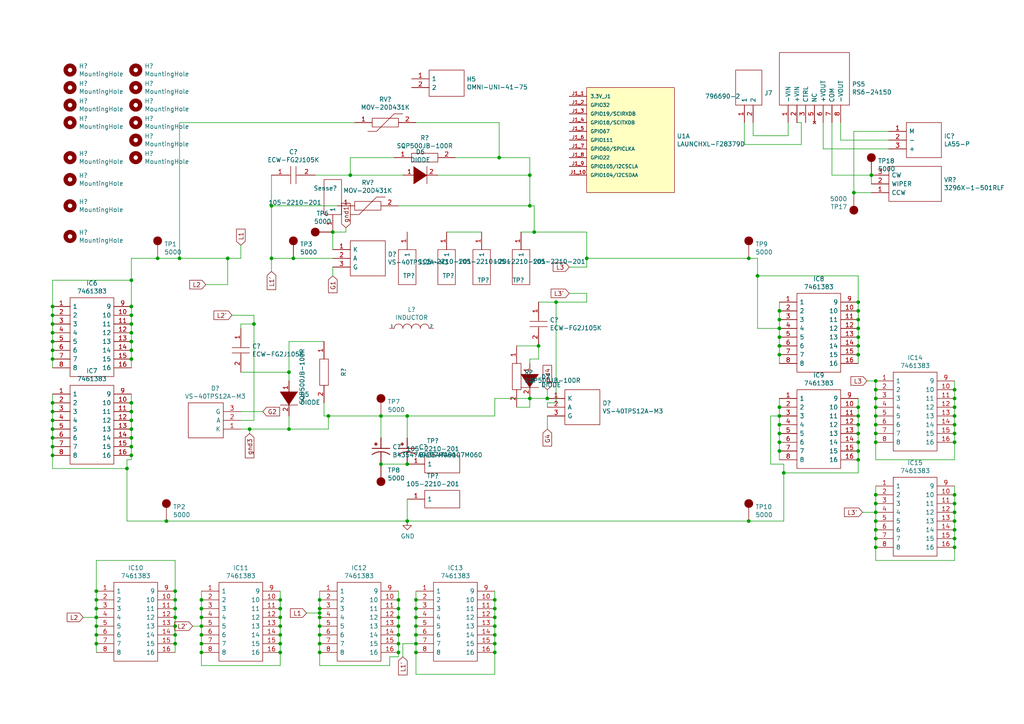
<source format=kicad_sch>
(kicad_sch (version 20231120) (generator "eeschema") (generator_version "8.0")
  (paper "A4")
  (junction (at 254 110.49))
  (junction (at 81.28 189.23))
  (junction (at 276.86 128.27))
  (junction (at 226.06 92.71))
  (junction (at 276.86 143.51))
  (junction (at 254 156.21))
  (junction (at 52.07 74.93))
  (junction (at 15.24 101.6))
  (junction (at 58.42 186.69))
  (junction (at 115.57 184.15))
  (junction (at 110.49 134.62))
  (junction (at 153.67 115.57))
  (junction (at 15.24 124.46))
  (junction (at 81.28 184.15))
  (junction (at 38.1 127))
  (junction (at 120.65 184.15))
  (junction (at 248.92 100.33))
  (junction (at 248.92 118.11))
  (junction (at 276.86 156.21))
  (junction (at 81.28 181.61))
  (junction (at 120.65 173.99))
  (junction (at 45.72 74.93))
  (junction (at 50.8 171.45))
  (junction (at 118.11 134.62))
  (junction (at 226.06 125.73))
  (junction (at 36.83 135.89))
  (junction (at 38.1 88.9))
  (junction (at 50.8 173.99))
  (junction (at 92.71 181.61))
  (junction (at 254 113.03))
  (junction (at 115.57 181.61))
  (junction (at 81.28 176.53))
  (junction (at 101.6 50.8))
  (junction (at 252.73 50.8))
  (junction (at 254 115.57))
  (junction (at 50.8 181.61))
  (junction (at 254 148.59))
  (junction (at 276.86 113.03))
  (junction (at 38.1 119.38))
  (junction (at 226.06 118.11))
  (junction (at 96.52 67.31))
  (junction (at 92.71 176.53))
  (junction (at 15.24 104.14))
  (junction (at 78.74 74.93))
  (junction (at 120.65 186.69))
  (junction (at 15.24 116.84))
  (junction (at 92.71 173.99))
  (junction (at 120.65 176.53))
  (junction (at 38.1 121.92))
  (junction (at 38.1 93.98))
  (junction (at 92.71 184.15))
  (junction (at 78.74 59.69))
  (junction (at 120.65 189.23))
  (junction (at 58.42 176.53))
  (junction (at 110.49 120.65))
  (junction (at 15.24 99.06))
  (junction (at 276.86 123.19))
  (junction (at 226.06 130.81))
  (junction (at 38.1 81.28))
  (junction (at 254 118.11))
  (junction (at 248.92 97.79))
  (junction (at 81.28 179.07))
  (junction (at 276.86 148.59))
  (junction (at 226.06 95.25))
  (junction (at 38.1 104.14))
  (junction (at 143.51 181.61))
  (junction (at 118.11 120.65))
  (junction (at 248.92 123.19))
  (junction (at 92.71 177.8))
  (junction (at 254 125.73))
  (junction (at 15.24 127))
  (junction (at 254 158.75))
  (junction (at 226.06 90.17))
  (junction (at 143.51 186.69))
  (junction (at 226.06 102.87))
  (junction (at 15.24 129.54))
  (junction (at 276.86 146.05))
  (junction (at 254 151.13))
  (junction (at 248.92 120.65))
  (junction (at 81.28 186.69))
  (junction (at 248.92 90.17))
  (junction (at 276.86 115.57))
  (junction (at 143.51 179.07))
  (junction (at 226.06 123.19))
  (junction (at 38.1 101.6))
  (junction (at 27.94 181.61))
  (junction (at 38.1 96.52))
  (junction (at 115.57 189.23))
  (junction (at 248.92 102.87))
  (junction (at 248.92 133.35))
  (junction (at 72.39 124.46))
  (junction (at 27.94 176.53))
  (junction (at 143.51 176.53))
  (junction (at 248.92 128.27))
  (junction (at 248.92 92.71))
  (junction (at 83.82 124.46))
  (junction (at 254 143.51))
  (junction (at 58.42 173.99))
  (junction (at 58.42 179.07))
  (junction (at 226.06 100.33))
  (junction (at 92.71 189.23))
  (junction (at 217.17 151.13))
  (junction (at 276.86 153.67))
  (junction (at 50.8 186.69))
  (junction (at 276.86 118.11))
  (junction (at 15.24 96.52))
  (junction (at 38.1 116.84))
  (junction (at 38.1 124.46))
  (junction (at 227.33 137.16))
  (junction (at 83.82 107.95))
  (junction (at 15.24 121.92))
  (junction (at 161.29 87.63))
  (junction (at 27.94 184.15))
  (junction (at 95.25 120.65))
  (junction (at 143.51 189.23))
  (junction (at 27.94 171.45))
  (junction (at 254 146.05))
  (junction (at 27.94 186.69))
  (junction (at 115.57 173.99))
  (junction (at 158.75 115.57))
  (junction (at 154.94 67.31))
  (junction (at 276.86 125.73))
  (junction (at 15.24 93.98))
  (junction (at 27.94 173.99))
  (junction (at 170.18 74.93))
  (junction (at 92.71 186.69))
  (junction (at 254 123.19))
  (junction (at 276.86 158.75))
  (junction (at 115.57 179.07))
  (junction (at 50.8 184.15))
  (junction (at 27.94 179.07))
  (junction (at 58.42 181.61))
  (junction (at 85.09 74.93))
  (junction (at 73.66 93.98))
  (junction (at 226.06 97.79))
  (junction (at 254 153.67))
  (junction (at 153.67 50.8))
  (junction (at 38.1 129.54))
  (junction (at 156.21 100.33))
  (junction (at 226.06 120.65))
  (junction (at 276.86 120.65))
  (junction (at 120.65 181.61))
  (junction (at 15.24 119.38))
  (junction (at 50.8 179.07))
  (junction (at 38.1 132.08))
  (junction (at 66.04 74.93))
  (junction (at 153.67 59.69))
  (junction (at 143.51 173.99))
  (junction (at 248.92 87.63))
  (junction (at 15.24 88.9))
  (junction (at 115.57 186.69))
  (junction (at 38.1 91.44))
  (junction (at 92.71 179.07))
  (junction (at 219.71 80.01))
  (junction (at 118.11 151.13))
  (junction (at 15.24 91.44))
  (junction (at 15.24 132.08))
  (junction (at 276.86 151.13))
  (junction (at 58.42 189.23))
  (junction (at 226.06 128.27))
  (junction (at 48.26 151.13))
  (junction (at 254 120.65))
  (junction (at 120.65 179.07))
  (junction (at 115.57 176.53))
  (junction (at 81.28 173.99))
  (junction (at 248.92 125.73))
  (junction (at 248.92 130.81))
  (junction (at 50.8 176.53))
  (junction (at 58.42 184.15))
  (junction (at 38.1 99.06))
  (junction (at 248.92 95.25))
  (junction (at 254 128.27))
  (junction (at 247.65 55.88))
  (junction (at 217.17 74.93))
  (junction (at 144.78 45.72))
  (junction (at 143.51 184.15))
  (wire (pts (xy 50.8 181.61) (xy 50.8 184.15)))
  (wire (pts (xy 248.92 95.25) (xy 248.92 97.79)))
  (wire (pts (xy 153.67 59.69) (xy 154.94 59.69)))
  (wire (pts (xy 45.72 74.93) (xy 52.07 74.93)))
  (wire (pts (xy 110.49 127) (xy 110.49 120.65)))
  (wire (pts (xy 15.24 99.06) (xy 15.24 101.6)))
  (wire (pts (xy 58.42 189.23) (xy 58.42 193.04)))
  (wire (pts (xy 248.92 115.57) (xy 248.92 118.11)))
  (wire (pts (xy 248.92 120.65) (xy 248.92 123.19)))
  (wire (pts (xy 154.94 67.31) (xy 170.18 67.31)))
  (wire (pts (xy 15.24 129.54) (xy 15.24 132.08)))
  (wire (pts (xy 248.92 92.71) (xy 248.92 95.25)))
  (wire (pts (xy 219.71 74.93) (xy 219.71 80.01)))
  (wire (pts (xy 92.71 193.04) (xy 92.71 189.23)))
  (wire (pts (xy 226.06 128.27) (xy 226.06 125.73)))
  (wire (pts (xy 143.51 179.07) (xy 143.51 176.53)))
  (wire (pts (xy 254 115.57) (xy 254 118.11)))
  (wire (pts (xy 15.24 104.14) (xy 15.24 101.6)))
  (wire (pts (xy 254 146.05) (xy 254 148.59)))
  (wire (pts (xy 91.44 50.8) (xy 101.6 50.8)))
  (wire (pts (xy 72.39 125.73) (xy 72.39 124.46)))
  (wire (pts (xy 85.09 74.93) (xy 96.52 74.93)))
  (wire (pts (xy 38.1 104.14) (xy 38.1 106.68)))
  (wire (pts (xy 149.86 100.33) (xy 156.21 100.33)))
  (wire (pts (xy 92.71 171.45) (xy 92.71 173.99)))
  (wire (pts (xy 93.98 116.84) (xy 93.98 120.65)))
  (wire (pts (xy 153.67 118.11) (xy 149.86 118.11)))
  (wire (pts (xy 226.06 133.35) (xy 226.06 130.81)))
  (wire (pts (xy 241.3 50.8) (xy 252.73 50.8)))
  (wire (pts (xy 66.04 82.55) (xy 66.04 74.93)))
  (wire (pts (xy 36.83 133.35) (xy 38.1 133.35)))
  (wire (pts (xy 170.18 85.09) (xy 170.18 87.63)))
  (wire (pts (xy 226.06 102.87) (xy 226.06 100.33)))
  (wire (pts (xy 276.86 151.13) (xy 276.86 148.59)))
  (wire (pts (xy 115.57 181.61) (xy 115.57 184.15)))
  (wire (pts (xy 96.52 67.31) (xy 100.33 67.31)))
  (wire (pts (xy 15.24 88.9) (xy 15.24 91.44)))
  (wire (pts (xy 276.86 133.35) (xy 276.86 128.27)))
  (wire (pts (xy 248.92 125.73) (xy 248.92 128.27)))
  (wire (pts (xy 81.28 181.61) (xy 81.28 184.15)))
  (wire (pts (xy 276.86 118.11) (xy 276.86 120.65)))
  (wire (pts (xy 153.67 115.57) (xy 158.75 115.57)))
  (wire (pts (xy 217.17 74.93) (xy 219.71 74.93)))
  (wire (pts (xy 113.03 193.04) (xy 92.71 193.04)))
  (wire (pts (xy 116.84 50.8) (xy 101.6 50.8)))
  (wire (pts (xy 15.24 124.46) (xy 15.24 127)))
  (wire (pts (xy 120.65 181.61) (xy 120.65 179.07)))
  (wire (pts (xy 120.65 176.53) (xy 120.65 173.99)))
  (wire (pts (xy 50.8 176.53) (xy 50.8 179.07)))
  (wire (pts (xy 276.86 143.51) (xy 276.86 140.97)))
  (wire (pts (xy 38.1 129.54) (xy 38.1 132.08)))
  (wire (pts (xy 276.86 113.03) (xy 276.86 115.57)))
  (wire (pts (xy 50.8 184.15) (xy 50.8 186.69)))
  (wire (pts (xy 248.92 118.11) (xy 248.92 120.65)))
  (wire (pts (xy 248.92 90.17) (xy 248.92 92.71)))
  (wire (pts (xy 248.92 137.16) (xy 248.92 133.35)))
  (wire (pts (xy 59.69 82.55) (xy 66.04 82.55)))
  (wire (pts (xy 156.21 87.63) (xy 161.29 87.63)))
  (wire (pts (xy 67.31 91.44) (xy 73.66 91.44)))
  (wire (pts (xy 95.25 120.65) (xy 110.49 120.65)))
  (wire (pts (xy 38.1 124.46) (xy 38.1 127)))
  (wire (pts (xy 50.8 186.69) (xy 50.8 189.23)))
  (wire (pts (xy 226.06 120.65) (xy 226.06 123.19)))
  (wire (pts (xy 227.33 137.16) (xy 227.33 134.62)))
  (wire (pts (xy 95.25 124.46) (xy 95.25 120.65)))
  (wire (pts (xy 158.75 116.84) (xy 161.29 116.84)))
  (wire (pts (xy 254 156.21) (xy 254 153.67)))
  (wire (pts (xy 218.44 35.56) (xy 218.44 39.37)))
  (wire (pts (xy 115.57 59.69) (xy 153.67 59.69)))
  (wire (pts (xy 158.75 113.03) (xy 158.75 115.57)))
  (wire (pts (xy 50.8 171.45) (xy 50.8 173.99)))
  (wire (pts (xy 226.06 95.25) (xy 226.06 92.71)))
  (wire (pts (xy 15.24 132.08) (xy 15.24 135.89)))
  (wire (pts (xy 257.81 38.1) (xy 247.65 38.1)))
  (wire (pts (xy 38.1 74.93) (xy 45.72 74.93)))
  (wire (pts (xy 254 158.75) (xy 254 156.21)))
  (wire (pts (xy 158.75 124.46) (xy 158.75 120.65)))
  (wire (pts (xy 118.11 120.65) (xy 118.11 127)))
  (wire (pts (xy 81.28 179.07) (xy 81.28 176.53)))
  (wire (pts (xy 247.65 38.1) (xy 247.65 55.88)))
  (wire (pts (xy 15.24 96.52) (xy 15.24 93.98)))
  (wire (pts (xy 248.92 105.41) (xy 248.92 102.87)))
  (wire (pts (xy 276.86 110.49) (xy 276.86 113.03)))
  (wire (pts (xy 92.71 176.53) (xy 92.71 177.8)))
  (wire (pts (xy 248.92 100.33) (xy 248.92 102.87)))
  (wire (pts (xy 92.71 186.69) (xy 92.71 189.23)))
  (wire (pts (xy 120.65 35.56) (xy 144.78 35.56)))
  (wire (pts (xy 102.87 35.56) (xy 52.07 35.56)))
  (wire (pts (xy 153.67 115.57) (xy 153.67 118.11)))
  (wire (pts (xy 153.67 104.14) (xy 156.21 104.14)))
  (wire (pts (xy 248.92 128.27) (xy 248.92 130.81)))
  (wire (pts (xy 50.8 181.61) (xy 50.8 179.07)))
  (wire (pts (xy 38.1 114.3) (xy 38.1 116.84)))
  (wire (pts (xy 254 143.51) (xy 254 146.05)))
  (wire (pts (xy 96.52 72.39) (xy 96.52 67.31)))
  (wire (pts (xy 38.1 133.35) (xy 38.1 132.08)))
  (wire (pts (xy 226.06 130.81) (xy 226.06 128.27)))
  (wire (pts (xy 120.65 195.58) (xy 143.51 195.58)))
  (wire (pts (xy 38.1 96.52) (xy 38.1 99.06)))
  (wire (pts (xy 170.18 67.31) (xy 170.18 74.93)))
  (wire (pts (xy 78.74 59.69) (xy 78.74 74.93)))
  (wire (pts (xy 50.8 171.45) (xy 50.8 162.56)))
  (wire (pts (xy 254 125.73) (xy 254 128.27)))
  (wire (pts (xy 58.42 181.61) (xy 58.42 184.15)))
  (wire (pts (xy 38.1 104.14) (xy 38.1 101.6)))
  (wire (pts (xy 76.2 119.38) (xy 69.85 119.38)))
  (wire (pts (xy 276.86 162.56) (xy 276.86 158.75)))
  (wire (pts (xy 248.92 97.79) (xy 248.92 100.33)))
  (wire (pts (xy 143.51 176.53) (xy 143.51 173.99)))
  (wire (pts (xy 92.71 173.99) (xy 92.71 176.53)))
  (wire (pts (xy 144.78 35.56) (xy 144.78 45.72)))
  (wire (pts (xy 227.33 137.16) (xy 248.92 137.16)))
  (wire (pts (xy 36.83 135.89) (xy 36.83 133.35)))
  (wire (pts (xy 254 140.97) (xy 254 143.51)))
  (wire (pts (xy 153.67 105.41) (xy 153.67 104.14)))
  (wire (pts (xy 101.6 50.8) (xy 101.6 45.72)))
  (wire (pts (xy 92.71 186.69) (xy 92.71 184.15)))
  (wire (pts (xy 276.86 128.27) (xy 276.86 125.73)))
  (wire (pts (xy 38.1 127) (xy 38.1 129.54)))
  (wire (pts (xy 120.65 189.23) (xy 120.65 195.58)))
  (wire (pts (xy 276.86 115.57) (xy 276.86 118.11)))
  (wire (pts (xy 73.66 93.98) (xy 73.66 121.92)))
  (wire (pts (xy 120.65 186.69) (xy 120.65 184.15)))
  (wire (pts (xy 227.33 151.13) (xy 227.33 137.16)))
  (wire (pts (xy 248.92 130.81) (xy 248.92 133.35)))
  (wire (pts (xy 254 123.19) (xy 254 125.73)))
  (wire (pts (xy 38.1 99.06) (xy 38.1 101.6)))
  (wire (pts (xy 50.8 162.56) (xy 27.94 162.56)))
  (wire (pts (xy 276.86 146.05) (xy 276.86 143.51)))
  (wire (pts (xy 238.76 35.56) (xy 238.76 43.18)))
  (wire (pts (xy 27.94 184.15) (xy 27.94 186.69)))
  (wire (pts (xy 92.71 177.8) (xy 92.71 179.07)))
  (wire (pts (xy 170.18 77.47) (xy 170.18 74.93)))
  (wire (pts (xy 58.42 189.23) (xy 58.42 186.69)))
  (wire (pts (xy 254 133.35) (xy 276.86 133.35)))
  (wire (pts (xy 92.71 181.61) (xy 92.71 184.15)))
  (wire (pts (xy 15.24 114.3) (xy 15.24 116.84)))
  (wire (pts (xy 248.92 80.01) (xy 248.92 87.63)))
  (wire (pts (xy 15.24 104.14) (xy 15.24 106.68)))
  (wire (pts (xy 254 115.57) (xy 254 113.03)))
  (wire (pts (xy 38.1 93.98) (xy 38.1 96.52)))
  (wire (pts (xy 27.94 179.07) (xy 27.94 181.61)))
  (wire (pts (xy 232.41 41.91) (xy 232.41 35.56)))
  (wire (pts (xy 226.06 90.17) (xy 226.06 87.63)))
  (wire (pts (xy 226.06 97.79) (xy 226.06 95.25)))
  (wire (pts (xy 69.85 93.98) (xy 73.66 93.98)))
  (wire (pts (xy 116.84 190.5) (xy 116.84 186.69)))
  (wire (pts (xy 143.51 189.23) (xy 143.51 186.69)))
  (wire (pts (xy 58.42 186.69) (xy 58.42 184.15)))
  (wire (pts (xy 276.86 153.67) (xy 276.86 156.21)))
  (wire (pts (xy 58.42 171.45) (xy 58.42 173.99)))
  (wire (pts (xy 15.24 116.84) (xy 15.24 119.38)))
  (wire (pts (xy 226.06 90.17) (xy 226.06 92.71)))
  (wire (pts (xy 73.66 91.44) (xy 73.66 93.98)))
  (wire (pts (xy 69.85 107.95) (xy 83.82 107.95)))
  (wire (pts (xy 143.51 195.58) (xy 143.51 189.23)))
  (wire (pts (xy 15.24 81.28) (xy 15.24 88.9)))
  (wire (pts (xy 215.9 35.56) (xy 215.9 41.91)))
  (wire (pts (xy 143.51 186.69) (xy 143.51 184.15)))
  (wire (pts (xy 223.52 134.62) (xy 227.33 134.62)))
  (wire (pts (xy 78.74 74.93) (xy 85.09 74.93)))
  (wire (pts (xy 241.3 35.56) (xy 241.3 50.8)))
  (wire (pts (xy 81.28 184.15) (xy 81.28 186.69)))
  (wire (pts (xy 115.57 189.23) (xy 115.57 186.69)))
  (wire (pts (xy 276.86 148.59) (xy 276.86 146.05)))
  (wire (pts (xy 115.57 171.45) (xy 115.57 173.99)))
  (wire (pts (xy 254 158.75) (xy 254 162.56)))
  (wire (pts (xy 219.71 80.01) (xy 219.71 95.25)))
  (wire (pts (xy 92.71 179.07) (xy 92.71 181.61)))
  (wire (pts (xy 101.6 45.72) (xy 114.3 45.72)))
  (wire (pts (xy 252.73 53.34) (xy 252.73 50.8)))
  (wire (pts (xy 27.94 186.69) (xy 27.94 189.23)))
  (wire (pts (xy 215.9 41.91) (xy 232.41 41.91)))
  (wire (pts (xy 276.86 123.19) (xy 276.86 125.73)))
  (wire (pts (xy 226.06 118.11) (xy 226.06 120.65)))
  (wire (pts (xy 254 118.11) (xy 254 120.65)))
  (wire (pts (xy 113.03 190.5) (xy 113.03 193.04)))
  (wire (pts (xy 248.92 123.19) (xy 248.92 125.73)))
  (wire (pts (xy 143.51 184.15) (xy 143.51 181.61)))
  (wire (pts (xy 254 151.13) (xy 254 148.59)))
  (wire (pts (xy 15.24 121.92) (xy 15.24 124.46)))
  (wire (pts (xy 254 162.56) (xy 276.86 162.56)))
  (wire (pts (xy 27.94 176.53) (xy 27.94 179.07)))
  (wire (pts (xy 226.06 115.57) (xy 226.06 118.11)))
  (wire (pts (xy 58.42 179.07) (xy 58.42 181.61)))
  (wire (pts (xy 118.11 151.13) (xy 217.17 151.13)))
  (wire (pts (xy 15.24 135.89) (xy 36.83 135.89)))
  (wire (pts (xy 158.75 118.11) (xy 158.75 116.84)))
  (wire (pts (xy 27.94 173.99) (xy 27.94 176.53)))
  (wire (pts (xy 83.82 99.06) (xy 93.98 99.06)))
  (wire (pts (xy 96.52 80.01) (xy 96.52 77.47)))
  (wire (pts (xy 165.1 77.47) (xy 170.18 77.47)))
  (wire (pts (xy 243.84 40.64) (xy 257.81 40.64)))
  (wire (pts (xy 115.57 173.99) (xy 115.57 176.53)))
  (wire (pts (xy 15.24 96.52) (xy 15.24 99.06)))
  (wire (pts (xy 81.28 173.99) (xy 81.28 176.53)))
  (wire (pts (xy 58.42 176.53) (xy 58.42 179.07)))
  (wire (pts (xy 36.83 151.13) (xy 36.83 135.89)))
  (wire (pts (xy 66.04 74.93) (xy 69.85 74.93)))
  (wire (pts (xy 38.1 91.44) (xy 38.1 93.98)))
  (wire (pts (xy 254 120.65) (xy 254 123.19)))
  (wire (pts (xy 110.49 134.62) (xy 118.11 134.62)))
  (wire (pts (xy 219.71 95.25) (xy 226.06 95.25)))
  (wire (pts (xy 254 110.49) (xy 254 113.03)))
  (wire (pts (xy 27.94 162.56) (xy 27.94 171.45)))
  (wire (pts (xy 276.86 158.75) (xy 276.86 156.21)))
  (wire (pts (xy 72.39 124.46) (xy 83.82 124.46)))
  (wire (pts (xy 15.24 91.44) (xy 15.24 93.98)))
  (wire (pts (xy 276.86 151.13) (xy 276.86 153.67)))
  (wire (pts (xy 38.1 81.28) (xy 38.1 74.93)))
  (wire (pts (xy 24.13 179.07) (xy 27.94 179.07)))
  (wire (pts (xy 144.78 45.72) (xy 153.67 45.72)))
  (wire (pts (xy 15.24 127) (xy 15.24 129.54)))
  (wire (pts (xy 151.13 67.31) (xy 154.94 67.31)))
  (wire (pts (xy 48.26 151.13) (xy 36.83 151.13)))
  (wire (pts (xy 97.79 59.69) (xy 78.74 59.69)))
  (wire (pts (xy 132.08 45.72) (xy 144.78 45.72)))
  (wire (pts (xy 83.82 110.49) (xy 83.82 107.95)))
  (wire (pts (xy 154.94 59.69) (xy 154.94 67.31)))
  (wire (pts (xy 129.54 67.31) (xy 139.7 67.31)))
  (wire (pts (xy 223.52 134.62) (xy 223.52 120.65)))
  (wire (pts (xy 120.65 179.07) (xy 120.65 176.53)))
  (wire (pts (xy 165.1 85.09) (xy 170.18 85.09)))
  (wire (pts (xy 226.06 120.65) (xy 223.52 120.65)))
  (wire (pts (xy 115.57 176.53) (xy 115.57 179.07)))
  (wire (pts (xy 58.42 193.04) (xy 81.28 193.04)))
  (wire (pts (xy 116.84 186.69) (xy 120.65 186.69)))
  (wire (pts (xy 38.1 88.9) (xy 38.1 91.44)))
  (wire (pts (xy 226.06 100.33) (xy 226.06 97.79)))
  (wire (pts (xy 226.06 105.41) (xy 226.06 102.87)))
  (wire (pts (xy 161.29 87.63) (xy 170.18 87.63)))
  (wire (pts (xy 52.07 35.56) (xy 52.07 74.93)))
  (wire (pts (xy 38.1 121.92) (xy 38.1 124.46)))
  (wire (pts (xy 232.41 35.56) (xy 231.14 35.56)))
  (wire (pts (xy 276.86 123.19) (xy 276.86 120.65)))
  (wire (pts (xy 48.26 151.13) (xy 118.11 151.13)))
  (wire (pts (xy 27.94 171.45) (xy 27.94 173.99)))
  (wire (pts (xy 81.28 186.69) (xy 81.28 189.23)))
  (wire (pts (xy 243.84 35.56) (xy 243.84 40.64)))
  (wire (pts (xy 115.57 179.07) (xy 115.57 181.61)))
  (wire (pts (xy 38.1 116.84) (xy 38.1 119.38)))
  (wire (pts (xy 15.24 119.38) (xy 15.24 121.92)))
  (wire (pts (xy 83.82 124.46) (xy 95.25 124.46)))
  (wire (pts (xy 58.42 173.99) (xy 58.42 176.53)))
  (wire (pts (xy 153.67 50.8) (xy 153.67 59.69)))
  (wire (pts (xy 88.9 177.8) (xy 92.71 177.8)))
  (wire (pts (xy 226.06 125.73) (xy 226.06 123.19)))
  (wire (pts (xy 118.11 144.78) (xy 118.11 151.13)))
  (wire (pts (xy 78.74 50.8) (xy 78.74 59.69)))
  (wire (pts (xy 143.51 120.65) (xy 143.51 115.57)))
  (wire (pts (xy 81.28 193.04) (xy 81.28 189.23)))
  (wire (pts (xy 69.85 71.12) (xy 69.85 74.93)))
  (wire (pts (xy 254 153.67) (xy 254 151.13)))
  (wire (pts (xy 81.28 171.45) (xy 81.28 173.99)))
  (wire (pts (xy 83.82 107.95) (xy 83.82 99.06)))
  (wire (pts (xy 156.21 100.33) (xy 156.21 104.14)))
  (wire (pts (xy 115.57 189.23) (xy 115.57 190.5)))
  (wire (pts (xy 161.29 87.63) (xy 161.29 116.84)))
  (wire (pts (xy 81.28 179.07) (xy 81.28 181.61)))
  (wire (pts (xy 50.8 173.99) (xy 50.8 176.53)))
  (wire (pts (xy 55.88 181.61) (xy 58.42 181.61)))
  (wire (pts (xy 238.76 43.18) (xy 257.81 43.18)))
  (wire (pts (xy 143.51 173.99) (xy 143.51 171.45)))
  (wire (pts (xy 143.51 181.61) (xy 143.51 179.07)))
  (wire (pts (xy 69.85 93.98) (xy 69.85 95.25)))
  (wire (pts (xy 254 128.27) (xy 254 133.35)))
  (wire (pts (xy 69.85 124.46) (xy 72.39 124.46)))
  (wire (pts (xy 120.65 184.15) (xy 120.65 181.61)))
  (wire (pts (xy 219.71 80.01) (xy 248.92 80.01)))
  (wire (pts (xy 250.19 148.59) (xy 254 148.59)))
  (wire (pts (xy 217.17 151.13) (xy 227.33 151.13)))
  (wire (pts (xy 100.33 66.04) (xy 100.33 67.31)))
  (wire (pts (xy 118.11 120.65) (xy 143.51 120.65)))
  (wire (pts (xy 228.6 39.37) (xy 228.6 35.56)))
  (wire (pts (xy 251.46 110.49) (xy 254 110.49)))
  (wire (pts (xy 38.1 88.9) (xy 38.1 81.28)))
  (wire (pts (xy 38.1 119.38) (xy 38.1 121.92)))
  (wire (pts (xy 110.49 120.65) (xy 118.11 120.65)))
  (wire (pts (xy 52.07 74.93) (xy 66.04 74.93)))
  (wire (pts (xy 120.65 171.45) (xy 120.65 173.99)))
  (wire (pts (xy 115.57 190.5) (xy 113.03 190.5)))
  (wire (pts (xy 115.57 186.69) (xy 115.57 184.15)))
  (wire (pts (xy 27.94 181.61) (xy 27.94 184.15)))
  (wire (pts (xy 248.92 87.63) (xy 248.92 90.17)))
  (wire (pts (xy 83.82 120.65) (xy 83.82 124.46)))
  (wire (pts (xy 127 50.8) (xy 153.67 50.8)))
  (wire (pts (xy 170.18 74.93) (xy 217.17 74.93)))
  (wire (pts (xy 247.65 55.88) (xy 252.73 55.88)))
  (wire (pts (xy 93.98 120.65) (xy 95.25 120.65)))
  (wire (pts (xy 143.51 115.57) (xy 153.67 115.57)))
  (wire (pts (xy 69.85 121.92) (xy 73.66 121.92)))
  (wire (pts (xy 120.65 189.23) (xy 120.65 186.69)))
  (wire (pts (xy 78.74 74.93) (xy 78.74 78.74)))
  (wire (pts (xy 38.1 81.28) (xy 15.24 81.28)))
  (wire (pts (xy 218.44 39.37) (xy 228.6 39.37)))
  (wire (pts (xy 153.67 45.72) (xy 153.67 50.8)))
  (global_label "G4" (shape input) (at 158.75 124.46 270) (property "Intersheetrefs" "${INTERSHEET_REFS}" (effects (hide yes))))
  (global_label "G1" (shape input) (at 96.52 80.01 270) (property "Intersheetrefs" "${INTERSHEET_REFS}" (effects (hide yes))))
  (global_label "L1" (shape input) (at 88.9 177.8 180) (property "Intersheetrefs" "${INTERSHEET_REFS}" (effects (hide yes))))
  (global_label "L2" (shape input) (at 59.69 82.55 180) (property "Intersheetrefs" "${INTERSHEET_REFS}" (effects (hide yes))))
  (global_label "gnd4" (shape input) (at 158.75 113.03 90) (property "Intersheetrefs" "${INTERSHEET_REFS}" (effects (hide yes))))
  (global_label "L3'" (shape input) (at 250.19 148.59 180) (property "Intersheetrefs" "${INTERSHEET_REFS}" (effects (hide yes))))
  (global_label "L1'" (shape input) (at 116.84 190.5 270) (property "Intersheetrefs" "${INTERSHEET_REFS}" (effects (hide yes))))
  (global_label "L3'" (shape input) (at 165.1 85.09 180) (property "Intersheetrefs" "${INTERSHEET_REFS}" (effects (hide yes))))
  (global_label "L2'" (shape input) (at 55.88 181.61 180) (property "Intersheetrefs" "${INTERSHEET_REFS}" (effects (hide yes))))
  (global_label "L3" (shape input) (at 165.1 77.47 180) (property "Intersheetrefs" "${INTERSHEET_REFS}" (effects (hide yes))))
  (global_label "L1" (shape input) (at 69.85 71.12 90) (property "Intersheetrefs" "${INTERSHEET_REFS}" (effects (hide yes))))
  (global_label "L3" (shape input) (at 251.46 110.49 180) (property "Intersheetrefs" "${INTERSHEET_REFS}" (effects (hide yes))))
  (global_label "L2'" (shape input) (at 67.31 91.44 180) (property "Intersheetrefs" "${INTERSHEET_REFS}" (effects (hide yes))))
  (global_label "L1'" (shape input) (at 78.74 78.74 270) (property "Intersheetrefs" "${INTERSHEET_REFS}" (effects (hide yes))))
  (global_label "L2" (shape input) (at 24.13 179.07 180) (property "Intersheetrefs" "${INTERSHEET_REFS}" (effects (hide yes))))
  (global_label "gnd3" (shape input) (at 72.39 125.73 270) (property "Intersheetrefs" "${INTERSHEET_REFS}" (effects (hide yes))))
  (global_label "G2" (shape input) (at 76.2 119.38 0) (property "Intersheetrefs" "${INTERSHEET_REFS}" (effects (hide yes))))
  (global_label "gnd1" (shape input) (at 100.33 66.04 90) (property "Intersheetrefs" "${INTERSHEET_REFS}" (effects (hide yes))))
  (symbol (lib_id "105-2210-201:105-2210-201") (at 139.7 67.31 270) (unit 1)
    (property "Reference" "TP?" (at 138.43 81.28 90) (effects (justify left)))
    (property "Value" "105-2210-201" (at 142.9512 75.8698 90) (effects (justify left)))
    (property "Footprint" "105-2210-201:1052210201" (effects (hide yes)))
    (property "Datasheet" "https://www.belfuse.com/resources/productinformations/cinchconnectivitysolutions/johnson/pi-ccs-john-105-2210-201.pdf" (effects (hide yes)))
    (property "Description" "Test Plugs & Test Jacks TEST JACK BLUE" (effects (hide yes)))
    (property "Height" "7.92" (effects (hide yes)))
    (property "Mouser Part Number" "530-105-2210-1" (effects (hide yes)))
    (property "Mouser Price/Stock" "https://www.mouser.co.uk/ProductDetail/Johnson-Cinch-Connectivity-Solutions/105-2210-201?qs=6YhTptf0WO3vUhJXRINNJw%3D%3D" (effects (hide yes)))
    (property "Manufacturer_Name" "Cinch Connectivity Solutions" (effects (hide yes)))
    (property "Manufacturer_Part_Number" "105-2210-201" (effects (hide yes)))
    (instances (project "" (path "" (reference "TP?") (unit 1)) (path "" (reference "Probe1") (unit 1))))
  )
  (symbol (lib_id "105-2210-201:105-2210-201") (at 151.13 67.31 270) (unit 1)
    (property "Reference" "TP?" (at 148.59 81.28 90) (effects (justify left)))
    (property "Value" "105-2210-201" (at 154.3812 75.8698 90) (effects (justify left)))
    (property "Footprint" "105-2210-201:1052210201" (effects (hide yes)))
    (property "Datasheet" "https://www.belfuse.com/resources/productinformations/cinchconnectivitysolutions/johnson/pi-ccs-john-105-2210-201.pdf" (effects (hide yes)))
    (property "Description" "Test Plugs & Test Jacks TEST JACK BLUE" (effects (hide yes)))
    (property "Height" "7.92" (effects (hide yes)))
    (property "Mouser Part Number" "530-105-2210-1" (effects (hide yes)))
    (property "Mouser Price/Stock" "https://www.mouser.co.uk/ProductDetail/Johnson-Cinch-Connectivity-Solutions/105-2210-201?qs=6YhTptf0WO3vUhJXRINNJw%3D%3D" (effects (hide yes)))
    (property "Manufacturer_Name" "Cinch Connectivity Solutions" (effects (hide yes)))
    (property "Manufacturer_Part_Number" "105-2210-201" (effects (hide yes)))
    (instances (project "" (path "" (reference "TP?") (unit 1)) (path "" (reference "Probe2") (unit 1))))
  )
  (symbol (lib_id "DCCB PCB-V3-rescue:DIODE-pspice") (at 83.82 115.57 270) (unit 1)
    (property "Reference" "D5" (at 87.0712 114.4016 90) (effects (justify left)))
    (property "Value" "DIODE" (at 87.0712 116.713 90) (effects (justify left)))
    (property "Footprint" "Diode_THT:D_P600_R-6_P12.70mm_Horizontal" (effects (hide yes)))
  )
  (symbol (lib_id "DCCB PCB-V3-rescue:DIODE-pspice") (at 153.67 110.49 270) (unit 1)
    (property "Reference" "D7" (at 156.9212 109.3216 90) (effects (justify left)))
    (property "Value" "DIODE" (at 156.9212 111.633 90) (effects (justify left)))
    (property "Footprint" "Diode_THT:D_P600_R-6_P12.70mm_Horizontal" (effects (hide yes)))
  )
  (symbol (lib_id "DCCB PCB-V3-rescue:DIODE-pspice") (at 121.92 50.8 0) (unit 1)
    (property "Reference" "D6" (at 121.92 44.069 0))
    (property "Value" "DIODE" (at 121.92 46.3804 0))
    (property "Footprint" "Diode_THT:D_P600_R-6_P12.70mm_Horizontal" (effects (hide yes)))
  )
  (symbol (lib_id "VS-40TPS12A-M3:VS-40TPS12A-M3") (at 69.85 124.46 180) (unit 1)
    (property "Reference" "D?" (at 62.4332 112.649 0))
    (property "Value" "VS-40TPS12A-M3" (at 62.4332 114.9604 0))
    (property "Footprint" "VS-40TPS12A-M3:TO546P531X1558X2499-3P" (effects (hide yes)))
    (property "Datasheet" "https://www.vishay.com/docs/94388/vs-40tps-m3series.pdf" (effects (hide yes)))
    (property "Description" "Thyristor,40TPS12A 40A 1200V" (effects (hide yes)))
    (property "Height" "5.31" (effects (hide yes)))
    (property "Manufacturer_Name" "Vishay" (effects (hide yes)))
    (property "Manufacturer_Part_Number" "VS-40TPS12A-M3" (effects (hide yes)))
    (property "Mouser Part Number" "844-40TPS12A-M3" (effects (hide yes)))
    (property "Mouser Price/Stock" "https://www.mouser.co.uk/ProductDetail/Vishay-Semiconductors/VS-40TPS12A-M3?qs=asPD7ZL2j3XFh5SqHijKAQ%3D%3D" (effects (hide yes)))
    (property "Arrow Part Number" "VS-40TPS12A-M3" (effects (hide yes)))
    (property "Arrow Price/Stock" "https://www.arrow.com/en/products/vs-40tps12a-m3/vishay?region=nac" (effects (hide yes)))
    (instances (project "" (path "" (reference "D?") (unit 1)) (path "" (reference "D1") (unit 1))))
  )
  (symbol (lib_id "VS-40TPS12A-M3:VS-40TPS12A-M3") (at 96.52 72.39 0) (unit 1)
    (property "Reference" "D?" (at 112.4712 73.7616 0) (effects (justify left)))
    (property "Value" "VS-40TPS12A-M3" (at 112.4712 76.073 0) (effects (justify left)))
    (property "Footprint" "VS-40TPS12A-M3:TO546P531X1558X2499-3P" (effects (hide yes)))
    (property "Datasheet" "https://www.vishay.com/docs/94388/vs-40tps-m3series.pdf" (effects (hide yes)))
    (property "Description" "Thyristor,40TPS12A 40A 1200V" (effects (hide yes)))
    (property "Height" "5.31" (effects (hide yes)))
    (property "Manufacturer_Name" "Vishay" (effects (hide yes)))
    (property "Manufacturer_Part_Number" "VS-40TPS12A-M3" (effects (hide yes)))
    (property "Mouser Part Number" "844-40TPS12A-M3" (effects (hide yes)))
    (property "Mouser Price/Stock" "https://www.mouser.co.uk/ProductDetail/Vishay-Semiconductors/VS-40TPS12A-M3?qs=asPD7ZL2j3XFh5SqHijKAQ%3D%3D" (effects (hide yes)))
    (property "Arrow Part Number" "VS-40TPS12A-M3" (effects (hide yes)))
    (property "Arrow Price/Stock" "https://www.arrow.com/en/products/vs-40tps12a-m3/vishay?region=nac" (effects (hide yes)))
    (instances (project "" (path "" (reference "D?") (unit 1)) (path "" (reference "D2") (unit 1))))
  )
  (symbol (lib_id "MOV-20D431K:MOV-20D431K") (at 102.87 35.56 0) (unit 1)
    (property "Reference" "RV?" (at 111.76 28.829 0))
    (property "Value" "MOV-20D431K" (at 111.76 31.1404 0))
    (property "Footprint" "MOV-20D431K:MOV20D431K" (effects (hide yes)))
    (property "Datasheet" "https://www.bourns.com/data/global/pdfs/MOV20D.pdf" (effects (hide yes)))
    (property "Description" "Bourns MOV-20D Series Metal Oxide Varistor 930pF 100A 710V" (effects (hide yes)))
    (property "Height" "26" (effects (hide yes)))
    (property "Manufacturer_Name" "Bourns" (effects (hide yes)))
    (property "Manufacturer_Part_Number" "MOV-20D431K" (effects (hide yes)))
    (property "Mouser Part Number" "652-MOV-20D431K" (effects (hide yes)))
    (property "Mouser Price/Stock" "https://www.mouser.co.uk/ProductDetail/Bourns/MOV-20D431K?qs=CQ3B1E%252BbPs2R73OUL4kc5g%3D%3D" (effects (hide yes)))
    (property "Arrow Part Number" "MOV-20D431K" (effects (hide yes)))
    (property "Arrow Price/Stock" "https://www.arrow.com/en/products/mov-20d431k/bourns?region=nac" (effects (hide yes)))
    (instances (project "" (path "" (reference "RV?") (unit 1)) (path "" (reference "RV2") (unit 1))))
  )
  (symbol (lib_id "MOV-20D431K:MOV-20D431K") (at 97.79 59.69 0) (unit 1)
    (property "Reference" "RV?" (at 106.68 52.959 0))
    (property "Value" "MOV-20D431K" (at 106.68 55.2704 0))
    (property "Footprint" "MOV-20D431K:MOV20D431K" (effects (hide yes)))
    (property "Datasheet" "https://www.bourns.com/data/global/pdfs/MOV20D.pdf" (effects (hide yes)))
    (property "Description" "Bourns MOV-20D Series Metal Oxide Varistor 930pF 100A 710V" (effects (hide yes)))
    (property "Height" "26" (effects (hide yes)))
    (property "Manufacturer_Name" "Bourns" (effects (hide yes)))
    (property "Manufacturer_Part_Number" "MOV-20D431K" (effects (hide yes)))
    (property "Mouser Part Number" "652-MOV-20D431K" (effects (hide yes)))
    (property "Mouser Price/Stock" "https://www.mouser.co.uk/ProductDetail/Bourns/MOV-20D431K?qs=CQ3B1E%252BbPs2R73OUL4kc5g%3D%3D" (effects (hide yes)))
    (property "Arrow Part Number" "MOV-20D431K" (effects (hide yes)))
    (property "Arrow Price/Stock" "https://www.arrow.com/en/products/mov-20d431k/bourns?region=nac" (effects (hide yes)))
    (instances (project "" (path "" (reference "RV?") (unit 1)) (path "" (reference "RV1") (unit 1))))
  )
  (symbol (lib_id "B43547A9107M060:B43547A9107M060") (at 118.11 132.08 270) (unit 1)
    (property "Reference" "C?" (at 121.412 129.6416 90) (effects (justify left)))
    (property "Value" "B43547A9107M060" (at 121.412 131.953 90) (effects (justify left)))
    (property "Footprint" "B43547A9107M060:CAPPRD1000W190D2550H2700" (effects (hide yes)))
    (property "Description" "\\n100 µF 400 V Aluminum Electrolytic Capacitors Radial, Can - Snap-In 520mOhm @ 100Hz 8000 Hrs @ 105°C\\n" (effects (hide yes)))
    (property "MF" "TDK" (effects (hide yes)))
    (property "MAXIMUM_PACKAGE_HEIGHT" "27.0 mm" (effects (hide yes)))
    (property "Package" "None" (effects (hide yes)))
    (property "Price" "None" (effects (hide yes)))
    (property "Check_prices" "https://www.snapeda.com/parts/B43547A9107M060/TDK/view-part/?ref=eda" (effects (hide yes)))
    (property "STANDARD" "IPC-7351B" (effects (hide yes)))
    (property "PARTREV" "2018-10" (effects (hide yes)))
    (property "SnapEDA_Link" "https://www.snapeda.com/parts/B43547A9107M060/TDK/view-part/?ref=snap" (effects (hide yes)))
    (property "MP" "B43547A9107M060" (effects (hide yes)))
    (property "Purchase-URL" "https://www.snapeda.com/api/url_track_click_mouser/?unipart_id=12405429&manufacturer=TDK&part_name=B43547A9107M060&search_term=100 µf 400 v aluminum electrolytic capacitors radial" (effects (hide yes)))
    (property "Availability" "In Stock" (effects (hide yes)))
    (property "MANUFACTURER" "TDK" (effects (hide yes)))
    (instances (project "" (path "" (reference "C?") (unit 1)) (path "" (reference "C3") (unit 1))))
  )
  (symbol (lib_id "ECW-FG2J105K:ECW-FG2J105K") (at 156.21 87.63 270) (unit 1)
    (property "Reference" "C?" (at 159.4612 92.8116 90) (effects (justify left)))
    (property "Value" "ECW-FG2J105K" (at 159.4612 95.123 90) (effects (justify left)))
    (property "Footprint" "ECW-FG2J105K:ECWFG2J105K" (effects (hide yes)))
    (property "Datasheet" "http://industrial.panasonic.com/cdbs/www-data/pdf/RDL0000/RDL0000C245.pdf" (effects (hide yes)))
    (property "Description" "1F Film Capacitor 141V 630V Polypropylene (PP), Metallized Radial" (effects (hide yes)))
    (property "Height" "18.5" (effects (hide yes)))
    (property "Manufacturer_Name" "Panasonic" (effects (hide yes)))
    (property "Manufacturer_Part_Number" "ECW-FG2J105K" (effects (hide yes)))
    (instances (project "" (path "" (reference "C?") (unit 1)) (path "" (reference "C4") (unit 1))))
  )
  (symbol (lib_id "ECW-FG2J105K:ECW-FG2J105K") (at 69.85 95.25 270) (unit 1)
    (property "Reference" "C?" (at 73.1012 100.4316 90) (effects (justify left)))
    (property "Value" "ECW-FG2J105K" (at 73.1012 102.743 90) (effects (justify left)))
    (property "Footprint" "ECW-FG2J105K:ECWFG2J105K" (effects (hide yes)))
    (property "Datasheet" "http://industrial.panasonic.com/cdbs/www-data/pdf/RDL0000/RDL0000C245.pdf" (effects (hide yes)))
    (property "Description" "1F Film Capacitor 141V 630V Polypropylene (PP), Metallized Radial" (effects (hide yes)))
    (property "Height" "18.5" (effects (hide yes)))
    (property "Manufacturer_Name" "Panasonic" (effects (hide yes)))
    (property "Manufacturer_Part_Number" "ECW-FG2J105K" (effects (hide yes)))
    (instances (project "" (path "" (reference "C?") (unit 1)) (path "" (reference "C1") (unit 1))))
  )
  (symbol (lib_id "ECW-FG2J105K:ECW-FG2J105K") (at 78.74 50.8 0) (unit 1)
    (property "Reference" "C?" (at 85.09 44.069 0))
    (property "Value" "ECW-FG2J105K" (at 85.09 46.3804 0))
    (property "Footprint" "ECW-FG2J105K:ECWFG2J105K" (effects (hide yes)))
    (property "Datasheet" "http://industrial.panasonic.com/cdbs/www-data/pdf/RDL0000/RDL0000C245.pdf" (effects (hide yes)))
    (property "Description" "1F Film Capacitor 141V 630V Polypropylene (PP), Metallized Radial" (effects (hide yes)))
    (property "Height" "18.5" (effects (hide yes)))
    (property "Manufacturer_Name" "Panasonic" (effects (hide yes)))
    (property "Manufacturer_Part_Number" "ECW-FG2J105K" (effects (hide yes)))
    (instances (project "" (path "" (reference "C?") (unit 1)) (path "" (reference "C2") (unit 1))))
  )
  (symbol (lib_id "SQP500JB-100R:SQP500JB-100R") (at 93.98 99.06 270) (unit 1)
    (property "Reference" "R?" (at 99.695 107.95 0))
    (property "Value" "SQP500JB-100R" (at 87.63 109.22 0))
    (property "Footprint" "5W:RESAD6000W85L2200D950" (effects (hide yes)))
    (property "Datasheet" "http://www.yageo.com/NewPortal/yageodocoutput?fileName=/pdf/throughhole/Yageo_LR_SQP_NSP_2013.pdf" (effects (hide yes)))
    (property "Description" "Yageo 100 Through Hole Fixed Resistor 5W 5% SQP500JB-100R" (effects (hide yes)))
    (property "Manufacturer_Name" "KEMET" (effects (hide yes)))
    (property "Manufacturer_Part_Number" "SQP500JB-100R" (effects (hide yes)))
    (property "Mouser Part Number" "603-SQP500JB-100R" (effects (hide yes)))
    (property "Mouser Price/Stock" "https://www.mouser.com/Search/Refine.aspx?Keyword=603-SQP500JB-100R" (effects (hide yes)))
    (property "Arrow Part Number" "SQP500JB-100R" (effects (hide yes)))
    (property "Arrow Price/Stock" "https://www.arrow.com/en/products/sqp500jb-100r/yageo" (effects (hide yes)))
    (instances (project "" (path "" (reference "R?") (unit 1)) (path "" (reference "R1") (unit 1))))
  )
  (symbol (lib_id "SQP500JB-100R:SQP500JB-100R") (at 114.3 45.72 0) (unit 1)
    (property "Reference" "R?" (at 123.19 40.005 0))
    (property "Value" "SQP500JB-100R" (at 123.19 42.3164 0))
    (property "Footprint" "5W:RESAD6000W85L2200D950" (effects (hide yes)))
    (property "Datasheet" "http://www.yageo.com/NewPortal/yageodocoutput?fileName=/pdf/throughhole/Yageo_LR_SQP_NSP_2013.pdf" (effects (hide yes)))
    (property "Description" "Yageo 100 Through Hole Fixed Resistor 5W 5% SQP500JB-100R" (effects (hide yes)))
    (property "Manufacturer_Name" "KEMET" (effects (hide yes)))
    (property "Manufacturer_Part_Number" "SQP500JB-100R" (effects (hide yes)))
    (property "Mouser Part Number" "603-SQP500JB-100R" (effects (hide yes)))
    (property "Mouser Price/Stock" "https://www.mouser.com/Search/Refine.aspx?Keyword=603-SQP500JB-100R" (effects (hide yes)))
    (property "Arrow Part Number" "SQP500JB-100R" (effects (hide yes)))
    (property "Arrow Price/Stock" "https://www.arrow.com/en/products/sqp500jb-100r/yageo" (effects (hide yes)))
    (instances (project "" (path "" (reference "R?") (unit 1)) (path "" (reference "R2") (unit 1))))
  )
  (symbol (lib_id "SQP500JB-100R:SQP500JB-100R") (at 149.86 100.33 270) (unit 1)
    (property "Reference" "R?" (at 152.0952 108.0516 90) (effects (justify left)))
    (property "Value" "SQP500JB-100R" (at 152.0952 110.363 90) (effects (justify left)))
    (property "Footprint" "5W:RESAD6000W85L2200D950" (effects (hide yes)))
    (property "Datasheet" "http://www.yageo.com/NewPortal/yageodocoutput?fileName=/pdf/throughhole/Yageo_LR_SQP_NSP_2013.pdf" (effects (hide yes)))
    (property "Description" "Yageo 100 Through Hole Fixed Resistor 5W 5% SQP500JB-100R" (effects (hide yes)))
    (property "Manufacturer_Name" "KEMET" (effects (hide yes)))
    (property "Manufacturer_Part_Number" "SQP500JB-100R" (effects (hide yes)))
    (property "Mouser Part Number" "603-SQP500JB-100R" (effects (hide yes)))
    (property "Mouser Price/Stock" "https://www.mouser.com/Search/Refine.aspx?Keyword=603-SQP500JB-100R" (effects (hide yes)))
    (property "Arrow Part Number" "SQP500JB-100R" (effects (hide yes)))
    (property "Arrow Price/Stock" "https://www.arrow.com/en/products/sqp500jb-100r/yageo" (effects (hide yes)))
    (instances (project "" (path "" (reference "R?") (unit 1)) (path "" (reference "R3") (unit 1))))
  )
  (symbol (lib_id "LA55-P:LA55-P") (at 257.81 38.1 0) (unit 1)
    (property "Reference" "IC?" (at 273.7612 39.4716 0) (effects (justify left)))
    (property "Value" "LA55-P" (at 273.7612 41.783 0) (effects (justify left)))
    (property "Footprint" "LA55-P:LA55P" (effects (hide yes)))
    (property "Datasheet" "https://www.lem.com/sites/default/files/products_datasheets/la_55-p_e.pdf" (effects (hide yes)))
    (property "Description" "TRANSDUCER CURRENT 50A HALL EFFECT,CLOSED LOOP" (effects (hide yes)))
    (property "Height" "27.8" (effects (hide yes)))
    (property "Manufacturer_Name" "LEM" (effects (hide yes)))
    (property "Manufacturer_Part_Number" "LA55-P" (effects (hide yes)))
    (instances (project "" (path "" (reference "IC?") (unit 1)) (path "" (reference "IC1") (unit 1))))
  )
  (symbol (lib_id "3296X-1-501RLF:3296X-1-501RLF") (at 252.73 50.8 0) (unit 1)
    (property "Reference" "VR?" (at 273.7612 52.1716 0) (effects (justify left)))
    (property "Value" "3296X-1-501RLF" (at 273.7612 54.483 0) (effects (justify left)))
    (property "Footprint" "3296X-1-501RLF:3296X1223LF" (effects (hide yes)))
    (property "Datasheet" "https://www.bourns.com/pdfs/3296.pdf" (effects (hide yes)))
    (property "Description" "Trimmer Resistors - Through Hole 1/2W 500ohm 10% Square Trimpot" (effects (hide yes)))
    (property "Height" "10" (effects (hide yes)))
    (property "Manufacturer_Name" "Bourns" (effects (hide yes)))
    (property "Manufacturer_Part_Number" "3296X-1-501RLF" (effects (hide yes)))
    (property "Mouser Part Number" "652-3296X-1-501RLF" (effects (hide yes)))
    (property "Mouser Price/Stock" "https://www.mouser.co.uk/ProductDetail/Bourns/3296X-1-501RLF?qs=pxDZlBjcsCiC1uib8I6u%2FA%3D%3D" (effects (hide yes)))
    (instances (project "" (path "" (reference "VR?") (unit 1)) (path "" (reference "VR1") (unit 1))))
  )
  (symbol (lib_id "DCCB PCB-V3-rescue:GND-power") (at 118.11 151.13 0) (unit 1)
    (property "Reference" "#PWR?" (effects (hide yes)))
    (property "Value" "GND" (at 118.237 155.5242 0))
    (instances (project "" (path "" (reference "#PWR?") (unit 1)) (path "" (reference "#PWR0101") (unit 1))))
  )
  (symbol (lib_id "VS-40TPS12A-M3:VS-40TPS12A-M3") (at 158.75 115.57 0) (unit 1)
    (property "Reference" "D?" (at 174.7012 116.9416 0) (effects (justify left)))
    (property "Value" "VS-40TPS12A-M3" (at 174.7012 119.253 0) (effects (justify left)))
    (property "Footprint" "VS-40TPS12A-M3:TO546P531X1558X2499-3P" (effects (hide yes)))
    (property "Datasheet" "https://www.vishay.com/docs/94388/vs-40tps-m3series.pdf" (effects (hide yes)))
    (property "Description" "Thyristor,40TPS12A 40A 1200V" (effects (hide yes)))
    (property "Height" "5.31" (effects (hide yes)))
    (property "Manufacturer_Name" "Vishay" (effects (hide yes)))
    (property "Manufacturer_Part_Number" "VS-40TPS12A-M3" (effects (hide yes)))
    (property "Mouser Part Number" "844-40TPS12A-M3" (effects (hide yes)))
    (property "Mouser Price/Stock" "https://www.mouser.co.uk/ProductDetail/Vishay-Semiconductors/VS-40TPS12A-M3?qs=asPD7ZL2j3XFh5SqHijKAQ%3D%3D" (effects (hide yes)))
    (property "Arrow Part Number" "VS-40TPS12A-M3" (effects (hide yes)))
    (property "Arrow Price/Stock" "https://www.arrow.com/en/products/vs-40tps12a-m3/vishay?region=nac" (effects (hide yes)))
    (instances (project "" (path "" (reference "D?") (unit 1)) (path "" (reference "D3") (unit 1))))
  )
  (symbol (lib_id "105-2210-201:105-2210-201") (at 118.11 67.31 270) (unit 1)
    (property "Reference" "TP?" (at 116.84 80.01 90) (effects (justify left)))
    (property "Value" "105-2210-201" (at 121.3612 75.8698 90) (effects (justify left)))
    (property "Footprint" "105-2210-201:1052210201" (effects (hide yes)))
    (property "Datasheet" "https://www.belfuse.com/resources/productinformations/cinchconnectivitysolutions/johnson/pi-ccs-john-105-2210-201.pdf" (effects (hide yes)))
    (property "Description" "Test Plugs & Test Jacks TEST JACK BLUE" (effects (hide yes)))
    (property "Height" "7.92" (effects (hide yes)))
    (property "Mouser Part Number" "530-105-2210-1" (effects (hide yes)))
    (property "Mouser Price/Stock" "https://www.mouser.co.uk/ProductDetail/Johnson-Cinch-Connectivity-Solutions/105-2210-201?qs=6YhTptf0WO3vUhJXRINNJw%3D%3D" (effects (hide yes)))
    (property "Manufacturer_Name" "Cinch Connectivity Solutions" (effects (hide yes)))
    (property "Manufacturer_Part_Number" "105-2210-201" (effects (hide yes)))
    (instances (project "" (path "" (reference "TP?") (unit 1)) (path "" (reference "Sense1") (unit 1))))
  )
  (symbol (lib_id "105-2210-201:105-2210-201") (at 129.54 67.31 270) (unit 1)
    (property "Reference" "TP?" (at 128.27 80.01 90) (effects (justify left)))
    (property "Value" "105-2210-201" (at 132.7912 75.8698 90) (effects (justify left)))
    (property "Footprint" "105-2210-201:1052210201" (effects (hide yes)))
    (property "Datasheet" "https://www.belfuse.com/resources/productinformations/cinchconnectivitysolutions/johnson/pi-ccs-john-105-2210-201.pdf" (effects (hide yes)))
    (property "Description" "Test Plugs & Test Jacks TEST JACK BLUE" (effects (hide yes)))
    (property "Height" "7.92" (effects (hide yes)))
    (property "Mouser Part Number" "530-105-2210-1" (effects (hide yes)))
    (property "Mouser Price/Stock" "https://www.mouser.co.uk/ProductDetail/Johnson-Cinch-Connectivity-Solutions/105-2210-201?qs=6YhTptf0WO3vUhJXRINNJw%3D%3D" (effects (hide yes)))
    (property "Manufacturer_Name" "Cinch Connectivity Solutions" (effects (hide yes)))
    (property "Manufacturer_Part_Number" "105-2210-201" (effects (hide yes)))
    (instances (project "" (path "" (reference "TP?") (unit 1)) (path "" (reference "Sense2") (unit 1))))
  )
  (symbol (lib_id "105-2210-201:105-2210-201") (at 118.11 134.62 0) (unit 1)
    (property "Reference" "TP?" (at 125.5268 127.889 0))
    (property "Value" "105-2210-201" (at 125.5268 130.2004 0))
    (property "Footprint" "105-2210-201:1052210201" (effects (hide yes)))
    (property "Datasheet" "https://www.belfuse.com/resources/productinformations/cinchconnectivitysolutions/johnson/pi-ccs-john-105-2210-201.pdf" (effects (hide yes)))
    (property "Description" "Test Plugs & Test Jacks TEST JACK BLUE" (effects (hide yes)))
    (property "Height" "7.92" (effects (hide yes)))
    (property "Mouser Part Number" "530-105-2210-1" (effects (hide yes)))
    (property "Mouser Price/Stock" "https://www.mouser.co.uk/ProductDetail/Johnson-Cinch-Connectivity-Solutions/105-2210-201?qs=6YhTptf0WO3vUhJXRINNJw%3D%3D" (effects (hide yes)))
    (property "Manufacturer_Name" "Cinch Connectivity Solutions" (effects (hide yes)))
    (property "Manufacturer_Part_Number" "105-2210-201" (effects (hide yes)))
    (instances (project "" (path "" (reference "TP?") (unit 1)) (path "" (reference "TP4") (unit 1))))
  )
  (symbol (lib_id "105-2210-201:105-2210-201") (at 118.11 144.78 0) (unit 1)
    (property "Reference" "TP?" (at 125.5268 138.049 0))
    (property "Value" "105-2210-201" (at 125.5268 140.3604 0))
    (property "Footprint" "105-2210-201:1052210201" (effects (hide yes)))
    (property "Datasheet" "https://www.belfuse.com/resources/productinformations/cinchconnectivitysolutions/johnson/pi-ccs-john-105-2210-201.pdf" (effects (hide yes)))
    (property "Description" "Test Plugs & Test Jacks TEST JACK BLUE" (effects (hide yes)))
    (property "Height" "7.92" (effects (hide yes)))
    (property "Mouser Part Number" "530-105-2210-1" (effects (hide yes)))
    (property "Mouser Price/Stock" "https://www.mouser.co.uk/ProductDetail/Johnson-Cinch-Connectivity-Solutions/105-2210-201?qs=6YhTptf0WO3vUhJXRINNJw%3D%3D" (effects (hide yes)))
    (property "Manufacturer_Name" "Cinch Connectivity Solutions" (effects (hide yes)))
    (property "Manufacturer_Part_Number" "105-2210-201" (effects (hide yes)))
    (instances (project "" (path "" (reference "TP?") (unit 1)) (path "" (reference "TP5") (unit 1))))
  )
  (symbol (lib_id "Mechanical:MountingHole") (at 20.32 30.48 0) (unit 1)
    (property "Reference" "H?" (at 22.86 29.3116 0) (effects (justify left)))
    (property "Value" "MountingHole" (at 22.86 31.623 0) (effects (justify left)))
    (property "Footprint" "MountingHole:MountingHole_3.2mm_M3" (effects (hide yes)))
    (instances (project "" (path "" (reference "H?") (unit 1)) (path "" (reference "H1") (unit 1))))
  )
  (symbol (lib_id "Mechanical:MountingHole") (at 20.32 35.56 0) (unit 1)
    (property "Reference" "H?" (at 22.86 34.3916 0) (effects (justify left)))
    (property "Value" "MountingHole" (at 22.86 36.703 0) (effects (justify left)))
    (property "Footprint" "MountingHole:MountingHole_3.2mm_M3" (effects (hide yes)))
    (instances (project "" (path "" (reference "H?") (unit 1)) (path "" (reference "H2") (unit 1))))
  )
  (symbol (lib_id "Mechanical:MountingHole") (at 20.32 45.72 0) (unit 1)
    (property "Reference" "H?" (at 22.86 44.5516 0) (effects (justify left)))
    (property "Value" "MountingHole" (at 22.86 46.863 0) (effects (justify left)))
    (property "Footprint" "MountingHole:MountingHole_3.2mm_M3" (effects (hide yes)))
    (instances (project "" (path "" (reference "H?") (unit 1)) (path "" (reference "H4") (unit 1))))
  )
  (symbol (lib_id "DCCB PCB-V3-rescue:INDUCTOR-pspice") (at 119.38 95.25 0) (unit 1)
    (property "Reference" "L?" (at 119.38 89.789 0))
    (property "Value" "INDUCTOR" (at 119.38 92.1004 0))
    (property "Footprint" "Inductor:EE422120_bobbin_diff_modified" (effects (hide yes)))
    (instances (project "" (path "" (reference "L?") (unit 1)) (path "" (reference "L1") (unit 1))))
  )
  (symbol (lib_id "7461383:7461383") (at 15.24 88.9 0) (unit 1)
    (property "Reference" "IC6" (at 26.67 82.169 0))
    (property "Value" "7461383" (at 26.67 84.4804 0))
    (property "Footprint" "7461383:7461383" (effects (hide yes)))
    (property "Datasheet" "https://www.we-online.com/catalog/datasheet/7461383.pdf" (effects (hide yes)))
    (property "Description" "REDCUBE PRESS-FIT with external thread and full plain pin-plate WPSHFU" (effects (hide yes)))
    (property "Height" "12.5" (effects (hide yes)))
    (property "Manufacturer_Name" "Wurth Elektronik" (effects (hide yes)))
    (property "Manufacturer_Part_Number" "7461383" (effects (hide yes)))
  )
  (symbol (lib_id "7461383:7461383") (at 15.24 114.3 0) (unit 1)
    (property "Reference" "IC7" (at 26.67 107.569 0))
    (property "Value" "7461383" (at 26.67 109.8804 0))
    (property "Footprint" "7461383:7461383" (effects (hide yes)))
    (property "Datasheet" "https://www.we-online.com/catalog/datasheet/7461383.pdf" (effects (hide yes)))
    (property "Description" "REDCUBE PRESS-FIT with external thread and full plain pin-plate WPSHFU" (effects (hide yes)))
    (property "Height" "12.5" (effects (hide yes)))
    (property "Manufacturer_Name" "Wurth Elektronik" (effects (hide yes)))
    (property "Manufacturer_Part_Number" "7461383" (effects (hide yes)))
  )
  (symbol (lib_id "RS6-2415D:RS6-2415D") (at 228.6 35.56 90) (unit 1)
    (property "Reference" "PS5" (at 247.0912 24.4348 90) (effects (justify right)))
    (property "Value" "RS6-2415D" (at 247.0912 26.7462 90) (effects (justify right)))
    (property "Footprint" "RS6-2415D:RS60505S" (effects (hide yes)))
    (property "Datasheet" "https://www.recom-power.com/pdf/Econoline/RS6.pdf" (effects (hide yes)))
    (property "Description" "Recom RS6 Through Hole 6W, Vout +/-15V dc Isolated DC-DC Converter, Vin 4.5  9 V dc" (effects (hide yes)))
    (property "Height" "11.6" (effects (hide yes)))
    (property "Manufacturer_Name" "RECOM Power" (effects (hide yes)))
    (property "Manufacturer_Part_Number" "RS6-2415D" (effects (hide yes)))
    (property "Mouser Part Number" "919-RS6-2415D" (effects (hide yes)))
    (property "Mouser Price/Stock" "https://www.mouser.co.uk/ProductDetail/RECOM-Power/RS6-2415D?qs=FLBwGrBR9%252B2lkkKHhWDM6A%3D%3D" (effects (hide yes)))
    (property "Arrow Part Number" "RS6-2415D" (effects (hide yes)))
    (property "Arrow Price/Stock" "https://www.arrow.com/en/products/rs6-2415d/recom-power" (effects (hide yes)))
  )
  (symbol (lib_id "796690-2:796690-2") (at 215.9 35.56 90) (unit 1)
    (property "Reference" "J7" (at 221.6912 26.9748 90) (effects (justify right)))
    (property "Value" "796690-2" (at 204.47 27.94 90) (effects (justify right)))
    (property "Footprint" "796690-2:SHDR2W101P0X500_1X2_1000X1250X1500P" (effects (hide yes)))
    (property "Datasheet" "http://www.te.com/commerce/DocumentDelivery/DDEController?Action=srchrtrv&DocNm=796690&DocType=Customer+Drawing&DocLang=English&DocFormat=pdf&PartCntxt=796690-2" (effects (hide yes)))
    (property "Description" "Terminal Blocks 2 POS" (effects (hide yes)))
    (property "Height" "15" (effects (hide yes)))
    (property "Manufacturer_Name" "TE Connectivity" (effects (hide yes)))
    (property "Manufacturer_Part_Number" "796690-2" (effects (hide yes)))
    (property "Mouser Part Number" "571-796690-2" (effects (hide yes)))
    (property "Mouser Price/Stock" "https://www.mouser.co.uk/ProductDetail/TE-Connectivity/796690-2?qs=pWkNwGaCbnSCL%252BUWKaEztA%3D%3D" (effects (hide yes)))
    (property "Arrow Part Number" "796690-2" (effects (hide yes)))
    (property "Arrow Price/Stock" "https://www.arrow.com/en/products/796690-2/te-connectivity?region=nac" (effects (hide yes)))
  )
  (symbol (lib_id "7461383:7461383") (at 226.06 87.63 0) (unit 1)
    (property "Reference" "IC8" (at 237.49 80.899 0))
    (property "Value" "7461383" (at 237.49 83.2104 0))
    (property "Footprint" "7461383:7461383" (effects (hide yes)))
    (property "Datasheet" "https://www.we-online.com/catalog/datasheet/7461383.pdf" (effects (hide yes)))
    (property "Description" "REDCUBE PRESS-FIT with external thread and full plain pin-plate WPSHFU" (effects (hide yes)))
    (property "Height" "12.5" (effects (hide yes)))
    (property "Manufacturer_Name" "Wurth Elektronik" (effects (hide yes)))
    (property "Manufacturer_Part_Number" "7461383" (effects (hide yes)))
  )
  (symbol (lib_id "7461383:7461383") (at 226.06 115.57 0) (unit 1)
    (property "Reference" "IC9" (at 237.49 108.839 0))
    (property "Value" "7461383" (at 237.49 111.1504 0))
    (property "Footprint" "7461383:7461383" (effects (hide yes)))
    (property "Datasheet" "https://www.we-online.com/catalog/datasheet/7461383.pdf" (effects (hide yes)))
    (property "Description" "REDCUBE PRESS-FIT with external thread and full plain pin-plate WPSHFU" (effects (hide yes)))
    (property "Height" "12.5" (effects (hide yes)))
    (property "Manufacturer_Name" "Wurth Elektronik" (effects (hide yes)))
    (property "Manufacturer_Part_Number" "7461383" (effects (hide yes)))
  )
  (symbol (lib_id "Mechanical:MountingHole") (at 20.32 52.07 0) (unit 1)
    (property "Reference" "H?" (at 22.86 50.9016 0) (effects (justify left)))
    (property "Value" "MountingHole" (at 22.86 53.213 0) (effects (justify left)))
    (property "Footprint" "MountingHole:MountingHole_3.2mm_M3" (effects (hide yes)))
    (instances (project "" (path "" (reference "H?") (unit 1)) (path "" (reference "H11") (unit 1))))
  )
  (symbol (lib_id "Mechanical:MountingHole") (at 20.32 59.69 0) (unit 1)
    (property "Reference" "H?" (at 22.86 58.5216 0) (effects (justify left)))
    (property "Value" "MountingHole" (at 22.86 60.833 0) (effects (justify left)))
    (property "Footprint" "MountingHole:MountingHole_3.2mm_M3" (effects (hide yes)))
    (instances (project "" (path "" (reference "H?") (unit 1)) (path "" (reference "H12") (unit 1))))
  )
  (symbol (lib_id "Mechanical:MountingHole") (at 20.32 68.58 0) (unit 1)
    (property "Reference" "H?" (at 22.86 67.4116 0) (effects (justify left)))
    (property "Value" "MountingHole" (at 22.86 69.723 0) (effects (justify left)))
    (property "Footprint" "MountingHole:MountingHole_3.2mm_M3" (effects (hide yes)))
    (instances (project "" (path "" (reference "H?") (unit 1)) (path "" (reference "H14") (unit 1))))
  )
  (symbol (lib_id "B43547A9107M060:B43547A9107M060") (at 110.49 132.08 270) (unit 1)
    (property "Reference" "C?" (at 113.792 129.6416 90) (effects (justify left)))
    (property "Value" "B43547A9107M060" (at 113.792 131.953 90) (effects (justify left)))
    (property "Footprint" "B43547A9107M060:CAPPRD1000W190D2550H2700" (effects (hide yes)))
    (property "Description" "\\n100 µF 400 V Aluminum Electrolytic Capacitors Radial, Can - Snap-In 520mOhm @ 100Hz 8000 Hrs @ 105°C\\n" (effects (hide yes)))
    (property "MF" "TDK" (effects (hide yes)))
    (property "MAXIMUM_PACKAGE_HEIGHT" "27.0 mm" (effects (hide yes)))
    (property "Package" "None" (effects (hide yes)))
    (property "Price" "None" (effects (hide yes)))
    (property "Check_prices" "https://www.snapeda.com/parts/B43547A9107M060/TDK/view-part/?ref=eda" (effects (hide yes)))
    (property "STANDARD" "IPC-7351B" (effects (hide yes)))
    (property "PARTREV" "2018-10" (effects (hide yes)))
    (property "SnapEDA_Link" "https://www.snapeda.com/parts/B43547A9107M060/TDK/view-part/?ref=snap" (effects (hide yes)))
    (property "MP" "B43547A9107M060" (effects (hide yes)))
    (property "Purchase-URL" "https://www.snapeda.com/api/url_track_click_mouser/?unipart_id=12405429&manufacturer=TDK&part_name=B43547A9107M060&search_term=100 µf 400 v aluminum electrolytic capacitors radial" (effects (hide yes)))
    (property "Availability" "In Stock" (effects (hide yes)))
    (property "MANUFACTURER" "TDK" (effects (hide yes)))
    (instances (project "" (path "" (reference "C?") (unit 1)) (path "" (reference "C11") (unit 1))))
  )
  (symbol (lib_id "7461383:7461383") (at 27.94 171.45 0) (unit 1)
    (property "Reference" "IC10" (at 39.37 164.719 0))
    (property "Value" "7461383" (at 39.37 167.0304 0))
    (property "Footprint" "7461383:7461383" (effects (hide yes)))
    (property "Datasheet" "https://www.we-online.com/catalog/datasheet/7461383.pdf" (effects (hide yes)))
    (property "Description" "REDCUBE PRESS-FIT with external thread and full plain pin-plate WPSHFU" (effects (hide yes)))
    (property "Height" "12.5" (effects (hide yes)))
    (property "Manufacturer_Name" "Wurth Elektronik" (effects (hide yes)))
    (property "Manufacturer_Part_Number" "7461383" (effects (hide yes)))
  )
  (symbol (lib_id "7461383:7461383") (at 58.42 171.45 0) (unit 1)
    (property "Reference" "IC11" (at 69.85 164.719 0))
    (property "Value" "7461383" (at 69.85 167.0304 0))
    (property "Footprint" "7461383:7461383" (effects (hide yes)))
    (property "Datasheet" "https://www.we-online.com/catalog/datasheet/7461383.pdf" (effects (hide yes)))
    (property "Description" "REDCUBE PRESS-FIT with external thread and full plain pin-plate WPSHFU" (effects (hide yes)))
    (property "Height" "12.5" (effects (hide yes)))
    (property "Manufacturer_Name" "Wurth Elektronik" (effects (hide yes)))
    (property "Manufacturer_Part_Number" "7461383" (effects (hide yes)))
  )
  (symbol (lib_id "7461383:7461383") (at 92.71 171.45 0) (unit 1)
    (property "Reference" "IC12" (at 104.14 164.719 0))
    (property "Value" "7461383" (at 104.14 167.0304 0))
    (property "Footprint" "7461383:7461383" (effects (hide yes)))
    (property "Datasheet" "https://www.we-online.com/catalog/datasheet/7461383.pdf" (effects (hide yes)))
    (property "Description" "REDCUBE PRESS-FIT with external thread and full plain pin-plate WPSHFU" (effects (hide yes)))
    (property "Height" "12.5" (effects (hide yes)))
    (property "Manufacturer_Name" "Wurth Elektronik" (effects (hide yes)))
    (property "Manufacturer_Part_Number" "7461383" (effects (hide yes)))
  )
  (symbol (lib_id "7461383:7461383") (at 120.65 171.45 0) (unit 1)
    (property "Reference" "IC13" (at 132.08 164.719 0))
    (property "Value" "7461383" (at 132.08 167.0304 0))
    (property "Footprint" "7461383:7461383" (effects (hide yes)))
    (property "Datasheet" "https://www.we-online.com/catalog/datasheet/7461383.pdf" (effects (hide yes)))
    (property "Description" "REDCUBE PRESS-FIT with external thread and full plain pin-plate WPSHFU" (effects (hide yes)))
    (property "Height" "12.5" (effects (hide yes)))
    (property "Manufacturer_Name" "Wurth Elektronik" (effects (hide yes)))
    (property "Manufacturer_Part_Number" "7461383" (effects (hide yes)))
  )
  (symbol (lib_id "7461383:7461383") (at 254 140.97 0) (unit 1)
    (property "Reference" "IC15" (at 265.43 134.239 0))
    (property "Value" "7461383" (at 265.43 136.5504 0))
    (property "Footprint" "7461383:7461383" (effects (hide yes)))
    (property "Datasheet" "https://www.we-online.com/catalog/datasheet/7461383.pdf" (effects (hide yes)))
    (property "Description" "REDCUBE PRESS-FIT with external thread and full plain pin-plate WPSHFU" (effects (hide yes)))
    (property "Height" "12.5" (effects (hide yes)))
    (property "Manufacturer_Name" "Wurth Elektronik" (effects (hide yes)))
    (property "Manufacturer_Part_Number" "7461383" (effects (hide yes)))
  )
  (symbol (lib_id "7461383:7461383") (at 254 110.49 0) (unit 1)
    (property "Reference" "IC14" (at 265.43 103.759 0))
    (property "Value" "7461383" (at 265.43 106.0704 0))
    (property "Footprint" "7461383:7461383" (effects (hide yes)))
    (property "Datasheet" "https://www.we-online.com/catalog/datasheet/7461383.pdf" (effects (hide yes)))
    (property "Description" "REDCUBE PRESS-FIT with external thread and full plain pin-plate WPSHFU" (effects (hide yes)))
    (property "Height" "12.5" (effects (hide yes)))
    (property "Manufacturer_Name" "Wurth Elektronik" (effects (hide yes)))
    (property "Manufacturer_Part_Number" "7461383" (effects (hide yes)))
  )
  (symbol (lib_id "5000:5000") (at 110.49 115.57 90) (unit 1)
    (property "Reference" "TP7" (at 112.395 116.5352 90) (effects (justify right)))
    (property "Value" "5000" (at 112.395 118.8466 90) (effects (justify right)))
    (property "Footprint" "5000:KEYSTONE_5000" (effects (hide yes)))
    (property "Description" "\\nTest Point Miniature THM H .300 Nylon 46 Insulated Red PhosBronze/Silver | Keystone Electronics 5000\\n" (effects (hide yes)))
    (property "MF" "Keystone Electronics" (effects (hide yes)))
    (property "DESCRIPTION" "PC Test Point - Miniature" (effects (hide yes)))
    (property "PACKAGE" "Test Point Keystone Electronics" (effects (hide yes)))
    (property "PRICE" "None" (effects (hide yes)))
    (property "Package" "Test Point Keystone Electronics" (effects (hide yes)))
    (property "Check_prices" "https://www.snapeda.com/parts/5000/Keystone+Electronics/view-part/?ref=eda" (effects (hide yes)))
    (property "Price" "None" (effects (hide yes)))
    (property "SnapEDA_Link" "https://www.snapeda.com/parts/5000/Keystone+Electronics/view-part/?ref=snap" (effects (hide yes)))
    (property "MP" "5000" (effects (hide yes)))
    (property "Availability" "In Stock" (effects (hide yes)))
    (property "AVAILABILITY" "In Stock" (effects (hide yes)))
  )
  (symbol (lib_id "5000:5000") (at 110.49 139.7 270) (unit 1)
    (property "Reference" "TP8" (at 112.395 136.3726 90) (effects (justify left)))
    (property "Value" "5000" (at 112.395 138.684 90) (effects (justify left)))
    (property "Footprint" "5000:KEYSTONE_5000" (effects (hide yes)))
    (property "Description" "\\nTest Point Miniature THM H .300 Nylon 46 Insulated Red PhosBronze/Silver | Keystone Electronics 5000\\n" (effects (hide yes)))
    (property "MF" "Keystone Electronics" (effects (hide yes)))
    (property "DESCRIPTION" "PC Test Point - Miniature" (effects (hide yes)))
    (property "PACKAGE" "Test Point Keystone Electronics" (effects (hide yes)))
    (property "PRICE" "None" (effects (hide yes)))
    (property "Package" "Test Point Keystone Electronics" (effects (hide yes)))
    (property "Check_prices" "https://www.snapeda.com/parts/5000/Keystone+Electronics/view-part/?ref=eda" (effects (hide yes)))
    (property "Price" "None" (effects (hide yes)))
    (property "SnapEDA_Link" "https://www.snapeda.com/parts/5000/Keystone+Electronics/view-part/?ref=snap" (effects (hide yes)))
    (property "MP" "5000" (effects (hide yes)))
    (property "Availability" "In Stock" (effects (hide yes)))
    (property "AVAILABILITY" "In Stock" (effects (hide yes)))
  )
  (symbol (lib_id "5000:5000") (at 85.09 69.85 90) (unit 1)
    (property "Reference" "TP3" (at 86.995 70.8152 90) (effects (justify right)))
    (property "Value" "5000" (at 86.995 73.1266 90) (effects (justify right)))
    (property "Footprint" "5000:KEYSTONE_5000" (effects (hide yes)))
    (property "Description" "\\nTest Point Miniature THM H .300 Nylon 46 Insulated Red PhosBronze/Silver | Keystone Electronics 5000\\n" (effects (hide yes)))
    (property "MF" "Keystone Electronics" (effects (hide yes)))
    (property "DESCRIPTION" "PC Test Point - Miniature" (effects (hide yes)))
    (property "PACKAGE" "Test Point Keystone Electronics" (effects (hide yes)))
    (property "PRICE" "None" (effects (hide yes)))
    (property "Package" "Test Point Keystone Electronics" (effects (hide yes)))
    (property "Check_prices" "https://www.snapeda.com/parts/5000/Keystone+Electronics/view-part/?ref=eda" (effects (hide yes)))
    (property "Price" "None" (effects (hide yes)))
    (property "SnapEDA_Link" "https://www.snapeda.com/parts/5000/Keystone+Electronics/view-part/?ref=snap" (effects (hide yes)))
    (property "MP" "5000" (effects (hide yes)))
    (property "Availability" "In Stock" (effects (hide yes)))
    (property "AVAILABILITY" "In Stock" (effects (hide yes)))
  )
  (symbol (lib_id "5000:5000") (at 91.44 67.31 180) (unit 1)
    (property "Reference" "TP6" (at 93.5736 61.9252 0))
    (property "Value" "5000" (at 93.5736 64.2366 0))
    (property "Footprint" "5000:KEYSTONE_5000" (effects (hide yes)))
    (property "Description" "\\nTest Point Miniature THM H .300 Nylon 46 Insulated Red PhosBronze/Silver | Keystone Electronics 5000\\n" (effects (hide yes)))
    (property "MF" "Keystone Electronics" (effects (hide yes)))
    (property "DESCRIPTION" "PC Test Point - Miniature" (effects (hide yes)))
    (property "PACKAGE" "Test Point Keystone Electronics" (effects (hide yes)))
    (property "PRICE" "None" (effects (hide yes)))
    (property "Package" "Test Point Keystone Electronics" (effects (hide yes)))
    (property "Check_prices" "https://www.snapeda.com/parts/5000/Keystone+Electronics/view-part/?ref=eda" (effects (hide yes)))
    (property "Price" "None" (effects (hide yes)))
    (property "SnapEDA_Link" "https://www.snapeda.com/parts/5000/Keystone+Electronics/view-part/?ref=snap" (effects (hide yes)))
    (property "MP" "5000" (effects (hide yes)))
    (property "Availability" "In Stock" (effects (hide yes)))
    (property "AVAILABILITY" "In Stock" (effects (hide yes)))
  )
  (symbol (lib_id "5000:5000") (at 217.17 69.85 90) (unit 1)
    (property "Reference" "TP9" (at 219.075 70.8152 90) (effects (justify right)))
    (property "Value" "5000" (at 219.075 73.1266 90) (effects (justify right)))
    (property "Footprint" "5000:KEYSTONE_5000" (effects (hide yes)))
    (property "Description" "\\nTest Point Miniature THM H .300 Nylon 46 Insulated Red PhosBronze/Silver | Keystone Electronics 5000\\n" (effects (hide yes)))
    (property "MF" "Keystone Electronics" (effects (hide yes)))
    (property "DESCRIPTION" "PC Test Point - Miniature" (effects (hide yes)))
    (property "PACKAGE" "Test Point Keystone Electronics" (effects (hide yes)))
    (property "PRICE" "None" (effects (hide yes)))
    (property "Package" "Test Point Keystone Electronics" (effects (hide yes)))
    (property "Check_prices" "https://www.snapeda.com/parts/5000/Keystone+Electronics/view-part/?ref=eda" (effects (hide yes)))
    (property "Price" "None" (effects (hide yes)))
    (property "SnapEDA_Link" "https://www.snapeda.com/parts/5000/Keystone+Electronics/view-part/?ref=snap" (effects (hide yes)))
    (property "MP" "5000" (effects (hide yes)))
    (property "Availability" "In Stock" (effects (hide yes)))
    (property "AVAILABILITY" "In Stock" (effects (hide yes)))
  )
  (symbol (lib_id "5000:5000") (at 217.17 146.05 90) (unit 1)
    (property "Reference" "TP10" (at 219.075 147.0152 90) (effects (justify right)))
    (property "Value" "5000" (at 219.075 149.3266 90) (effects (justify right)))
    (property "Footprint" "5000:KEYSTONE_5000" (effects (hide yes)))
    (property "Description" "\\nTest Point Miniature THM H .300 Nylon 46 Insulated Red PhosBronze/Silver | Keystone Electronics 5000\\n" (effects (hide yes)))
    (property "MF" "Keystone Electronics" (effects (hide yes)))
    (property "DESCRIPTION" "PC Test Point - Miniature" (effects (hide yes)))
    (property "PACKAGE" "Test Point Keystone Electronics" (effects (hide yes)))
    (property "PRICE" "None" (effects (hide yes)))
    (property "Package" "Test Point Keystone Electronics" (effects (hide yes)))
    (property "Check_prices" "https://www.snapeda.com/parts/5000/Keystone+Electronics/view-part/?ref=eda" (effects (hide yes)))
    (property "Price" "None" (effects (hide yes)))
    (property "SnapEDA_Link" "https://www.snapeda.com/parts/5000/Keystone+Electronics/view-part/?ref=snap" (effects (hide yes)))
    (property "MP" "5000" (effects (hide yes)))
    (property "Availability" "In Stock" (effects (hide yes)))
    (property "AVAILABILITY" "In Stock" (effects (hide yes)))
  )
  (symbol (lib_id "5000:5000") (at 45.72 69.85 90) (unit 1)
    (property "Reference" "TP1" (at 47.625 70.8152 90) (effects (justify right)))
    (property "Value" "5000" (at 47.625 73.1266 90) (effects (justify right)))
    (property "Footprint" "5000:KEYSTONE_5000" (effects (hide yes)))
    (property "Description" "\\nTest Point Miniature THM H .300 Nylon 46 Insulated Red PhosBronze/Silver | Keystone Electronics 5000\\n" (effects (hide yes)))
    (property "MF" "Keystone Electronics" (effects (hide yes)))
    (property "DESCRIPTION" "PC Test Point - Miniature" (effects (hide yes)))
    (property "PACKAGE" "Test Point Keystone Electronics" (effects (hide yes)))
    (property "PRICE" "None" (effects (hide yes)))
    (property "Package" "Test Point Keystone Electronics" (effects (hide yes)))
    (property "Check_prices" "https://www.snapeda.com/parts/5000/Keystone+Electronics/view-part/?ref=eda" (effects (hide yes)))
    (property "Price" "None" (effects (hide yes)))
    (property "SnapEDA_Link" "https://www.snapeda.com/parts/5000/Keystone+Electronics/view-part/?ref=snap" (effects (hide yes)))
    (property "MP" "5000" (effects (hide yes)))
    (property "Availability" "In Stock" (effects (hide yes)))
    (property "AVAILABILITY" "In Stock" (effects (hide yes)))
  )
  (symbol (lib_id "5000:5000") (at 48.26 146.05 90) (unit 1)
    (property "Reference" "TP2" (at 50.165 147.0152 90) (effects (justify right)))
    (property "Value" "5000" (at 50.165 149.3266 90) (effects (justify right)))
    (property "Footprint" "5000:KEYSTONE_5000" (effects (hide yes)))
    (property "Description" "\\nTest Point Miniature THM H .300 Nylon 46 Insulated Red PhosBronze/Silver | Keystone Electronics 5000\\n" (effects (hide yes)))
    (property "MF" "Keystone Electronics" (effects (hide yes)))
    (property "DESCRIPTION" "PC Test Point - Miniature" (effects (hide yes)))
    (property "PACKAGE" "Test Point Keystone Electronics" (effects (hide yes)))
    (property "PRICE" "None" (effects (hide yes)))
    (property "Package" "Test Point Keystone Electronics" (effects (hide yes)))
    (property "Check_prices" "https://www.snapeda.com/parts/5000/Keystone+Electronics/view-part/?ref=eda" (effects (hide yes)))
    (property "Price" "None" (effects (hide yes)))
    (property "SnapEDA_Link" "https://www.snapeda.com/parts/5000/Keystone+Electronics/view-part/?ref=snap" (effects (hide yes)))
    (property "MP" "5000" (effects (hide yes)))
    (property "Availability" "In Stock" (effects (hide yes)))
    (property "AVAILABILITY" "In Stock" (effects (hide yes)))
  )
  (symbol (lib_id "LAUNCHXL-F28379D:LAUNCHXL-F28379D") (at 182.88 40.64 0) (unit 1)
    (property "Reference" "U1" (at 196.2912 39.4716 0) (effects (justify left)))
    (property "Value" "LAUNCHXL-F28379D" (at 196.2912 41.783 0) (effects (justify left)))
    (property "Footprint" "LAUNCHXL-F28379D (1):MOD_LAUNCHXL-F28379D" (effects (hide yes)))
    (property "Description" "\\nC2000 Delfino MCU F28379D LaunchPad™ development kit\\n" (effects (hide yes)))
    (property "MF" "Texas Instruments" (effects (hide yes)))
    (property "Package" "None" (effects (hide yes)))
    (property "Price" "None" (effects (hide yes)))
    (property "Check_prices" "https://www.snapeda.com/parts/LAUNCHXL-F28379D/Texas+Instruments/view-part/?ref=eda" (effects (hide yes)))
    (property "STANDARD" "Manufacturer Recommendations" (effects (hide yes)))
    (property "PARTREV" "2.0" (effects (hide yes)))
    (property "SnapEDA_Link" "https://www.snapeda.com/parts/LAUNCHXL-F28379D/Texas+Instruments/view-part/?ref=snap" (effects (hide yes)))
    (property "MP" "LAUNCHXL-F28379D" (effects (hide yes)))
    (property "Purchase-URL" "https://www.snapeda.com/api/url_track_click_mouser/?unipart_id=702349&manufacturer=Texas Instruments&part_name=LAUNCHXL-F28379D&search_term=None" (effects (hide yes)))
    (property "Availability" "In Stock" (effects (hide yes)))
    (property "MANUFACTURER" "Texas Instruments" (effects (hide yes)))
  )
  (symbol (lib_id "5000:5000") (at 247.65 60.96 270) (unit 1)
    (property "Reference" "TP17" (at 245.745 59.9948 90) (effects (justify right)))
    (property "Value" "5000" (at 245.745 57.6834 90) (effects (justify right)))
    (property "Footprint" "5000:KEYSTONE_5000" (effects (hide yes)))
    (property "Description" "\\nTest Point Miniature THM H .300 Nylon 46 Insulated Red PhosBronze/Silver | Keystone Electronics 5000\\n" (effects (hide yes)))
    (property "MF" "Keystone Electronics" (effects (hide yes)))
    (property "DESCRIPTION" "PC Test Point - Miniature" (effects (hide yes)))
    (property "PACKAGE" "Test Point Keystone Electronics" (effects (hide yes)))
    (property "PRICE" "None" (effects (hide yes)))
    (property "Package" "Test Point Keystone Electronics" (effects (hide yes)))
    (property "Check_prices" "https://www.snapeda.com/parts/5000/Keystone+Electronics/view-part/?ref=eda" (effects (hide yes)))
    (property "Price" "None" (effects (hide yes)))
    (property "SnapEDA_Link" "https://www.snapeda.com/parts/5000/Keystone+Electronics/view-part/?ref=snap" (effects (hide yes)))
    (property "MP" "5000" (effects (hide yes)))
    (property "Availability" "In Stock" (effects (hide yes)))
    (property "AVAILABILITY" "In Stock" (effects (hide yes)))
  )
  (symbol (lib_id "5000:5000") (at 252.73 45.72 90) (unit 1)
    (property "Reference" "TP18" (at 254.635 46.6852 90) (effects (justify right)))
    (property "Value" "5000" (at 254.635 48.9966 90) (effects (justify right)))
    (property "Footprint" "5000:KEYSTONE_5000" (effects (hide yes)))
    (property "Description" "\\nTest Point Miniature THM H .300 Nylon 46 Insulated Red PhosBronze/Silver | Keystone Electronics 5000\\n" (effects (hide yes)))
    (property "MF" "Keystone Electronics" (effects (hide yes)))
    (property "DESCRIPTION" "PC Test Point - Miniature" (effects (hide yes)))
    (property "PACKAGE" "Test Point Keystone Electronics" (effects (hide yes)))
    (property "PRICE" "None" (effects (hide yes)))
    (property "Package" "Test Point Keystone Electronics" (effects (hide yes)))
    (property "Check_prices" "https://www.snapeda.com/parts/5000/Keystone+Electronics/view-part/?ref=eda" (effects (hide yes)))
    (property "Price" "None" (effects (hide yes)))
    (property "SnapEDA_Link" "https://www.snapeda.com/parts/5000/Keystone+Electronics/view-part/?ref=snap" (effects (hide yes)))
    (property "MP" "5000" (effects (hide yes)))
    (property "Availability" "In Stock" (effects (hide yes)))
    (property "AVAILABILITY" "In Stock" (effects (hide yes)))
  )
  (symbol (lib_id "Mechanical:MountingHole") (at 39.37 40.64 0) (unit 1)
    (property "Reference" "H?" (at 41.91 39.4716 0) (effects (justify left)))
    (property "Value" "MountingHole" (at 41.91 41.783 0) (effects (justify left)))
    (property "Footprint" "MountingHole:MountingHole_3.2mm_M3" (effects (hide yes)))
    (instances (project "" (path "" (reference "H?") (unit 1)) (path "" (reference "H3") (unit 1))))
  )
  (symbol (lib_id "Mechanical:MountingHole") (at 39.37 45.72 0) (unit 1)
    (property "Reference" "H?" (at 41.91 44.5516 0) (effects (justify left)))
    (property "Value" "MountingHole" (at 41.91 46.863 0) (effects (justify left)))
    (property "Footprint" "MountingHole:MountingHole_3.2mm_M3" (effects (hide yes)))
    (instances (project "" (path "" (reference "H?") (unit 1)) (path "" (reference "H13") (unit 1))))
  )
  (symbol (lib_id "105-2210-201:105-2210-201") (at 96.52 67.31 90) (unit 1)
    (property "Reference" "Sense?" (at 97.79 54.61 90) (effects (justify left)))
    (property "Value" "105-2210-201" (at 93.2688 58.7502 90) (effects (justify left)))
    (property "Footprint" "105-2210-201:1052210201" (effects (hide yes)))
    (property "Datasheet" "https://www.belfuse.com/resources/productinformations/cinchconnectivitysolutions/johnson/pi-ccs-john-105-2210-201.pdf" (effects (hide yes)))
    (property "Description" "Test Plugs & Test Jacks TEST JACK BLUE" (effects (hide yes)))
    (property "Height" "7.92" (effects (hide yes)))
    (property "Mouser Part Number" "530-105-2210-1" (effects (hide yes)))
    (property "Mouser Price/Stock" "https://www.mouser.co.uk/ProductDetail/Johnson-Cinch-Connectivity-Solutions/105-2210-201?qs=6YhTptf0WO3vUhJXRINNJw%3D%3D" (effects (hide yes)))
    (property "Manufacturer_Name" "Cinch Connectivity Solutions" (effects (hide yes)))
    (property "Manufacturer_Part_Number" "105-2210-201" (effects (hide yes)))
    (instances (project "" (path "" (reference "Sense?") (unit 1)) (path "" (reference "K1") (unit 1))))
  )
  (symbol (lib_id "Mechanical:MountingHole") (at 20.32 25.4 0) (unit 1)
    (property "Reference" "H?" (at 22.86 24.2316 0) (effects (justify left)))
    (property "Value" "MountingHole" (at 22.86 26.543 0) (effects (justify left)))
    (property "Footprint" "MountingHole:MountingHole_3.2mm_M3" (effects (hide yes)))
    (instances (project "" (path "" (reference "H?") (unit 1)) (path "" (reference "H7") (unit 1))))
  )
  (symbol (lib_id "Mechanical:MountingHole") (at 20.32 20.32 0) (unit 1)
    (property "Reference" "H?" (at 22.86 19.1516 0) (effects (justify left)))
    (property "Value" "MountingHole" (at 22.86 21.463 0) (effects (justify left)))
    (property "Footprint" "MountingHole:MountingHole_3.2mm_M3" (effects (hide yes)))
    (instances (project "" (path "" (reference "H?") (unit 1)) (path "" (reference "H6") (unit 1))))
  )
  (symbol (lib_id "Mechanical:MountingHole") (at 39.37 20.32 0) (unit 1)
    (property "Reference" "H?" (at 41.91 19.1516 0) (effects (justify left)))
    (property "Value" "MountingHole" (at 41.91 21.463 0) (effects (justify left)))
    (property "Footprint" "MountingHole:MountingHole_3.2mm_M3" (effects (hide yes)))
    (instances (project "" (path "" (reference "H?") (unit 1)) (path "" (reference "H8") (unit 1))))
  )
  (symbol (lib_id "Mechanical:MountingHole") (at 39.37 25.4 0) (unit 1)
    (property "Reference" "H?" (at 41.91 24.2316 0) (effects (justify left)))
    (property "Value" "MountingHole" (at 41.91 26.543 0) (effects (justify left)))
    (property "Footprint" "MountingHole:MountingHole_3.2mm_M3" (effects (hide yes)))
    (instances (project "" (path "" (reference "H?") (unit 1)) (path "" (reference "H9") (unit 1))))
  )
  (symbol (lib_id "Mechanical:MountingHole") (at 39.37 30.48 0) (unit 1)
    (property "Reference" "H?" (at 41.91 29.3116 0) (effects (justify left)))
    (property "Value" "MountingHole" (at 41.91 31.623 0) (effects (justify left)))
    (property "Footprint" "MountingHole:MountingHole_3.2mm_M3" (effects (hide yes)))
    (instances (project "" (path "" (reference "H?") (unit 1)) (path "" (reference "H10") (unit 1))))
  )
  (symbol (lib_id "Mechanical:MountingHole") (at 39.37 35.56 0) (unit 1)
    (property "Reference" "H?" (at 41.91 34.3916 0) (effects (justify left)))
    (property "Value" "MountingHole" (at 41.91 36.703 0) (effects (justify left)))
    (property "Footprint" "MountingHole:MountingHole_3.2mm_M3" (effects (hide yes)))
    (instances (project "" (path "" (reference "H?") (unit 1)) (path "" (reference "H15") (unit 1))))
  )
  (symbol (lib_id "OMNI-UNI-41-75:OMNI-UNI-41-75") (at 119.38 22.86 0) (unit 1)
    (property "Reference" "H5" (at 135.3312 22.9616 0) (effects (justify left)))
    (property "Value" "OMNI-UNI-41-75" (at 135.3312 25.273 0) (effects (justify left)))
    (property "Footprint" "OMNI-UNI-41-75:OMNIUNI4175" (effects (hide yes)))
    (property "Datasheet" "https://componentsearchengine.com/Datasheets/1/OMNI-UNI-41-75.pdf" (effects (hide yes)))
    (property "Description" "Heat Sinks omniKlip Heatsink for any TO except TO-220, 2 Universal Clips, 41mm Wide, 75mm Long, Aluminum, Black Anodized" (effects (hide yes)))
    (property "Height" "63" (effects (hide yes)))
    (property "Mouser Part Number" "567-OMNI-UNI-41-75" (effects (hide yes)))
    (property "Mouser Price/Stock" "https://www.mouser.co.uk/ProductDetail/Wakefield-Vette/OMNI-UNI-41-75?qs=u4fy%2FsgLU9MMQhJzv7kr6g%3D%3D" (effects (hide yes)))
    (property "Manufacturer_Name" "Wakefield Thermal" (effects (hide yes)))
    (property "Manufacturer_Part_Number" "OMNI-UNI-41-75" (effects (hide yes)))
  )
)
</source>
